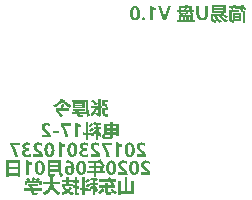
<source format=gbo>
G04 Layer_Color=32896*
%FSLAX25Y25*%
%MOIN*%
G70*
G01*
G75*
G36*
X71310Y55122D02*
X71557Y54983D01*
X71798Y54859D01*
X72024Y54765D01*
X72126Y54721D01*
X72221Y54685D01*
X72301Y54655D01*
X72374Y54626D01*
X72432Y54604D01*
X72476Y54597D01*
X72505Y54582D01*
X72512D01*
Y53744D01*
X72410Y53759D01*
X72308Y53781D01*
X72214Y53802D01*
X72126Y53831D01*
X72046Y53853D01*
X71987Y53875D01*
X71951Y53890D01*
X71937Y53897D01*
X71827Y53948D01*
X71725Y53999D01*
X71645Y54043D01*
X71572Y54087D01*
X71514Y54123D01*
X71477Y54152D01*
X71448Y54174D01*
X71441Y54181D01*
Y50500D01*
X70457D01*
Y55290D01*
X71076D01*
X71310Y55122D01*
D02*
G37*
G36*
X88077Y54378D02*
X85839D01*
X86079Y53977D01*
X86189Y53788D01*
X86283Y53606D01*
X86378Y53431D01*
X86466Y53263D01*
X86546Y53102D01*
X86619Y52957D01*
X86684Y52825D01*
X86735Y52709D01*
X86786Y52600D01*
X86823Y52519D01*
X86852Y52446D01*
X86881Y52395D01*
X86888Y52366D01*
X86896Y52352D01*
X87027Y52002D01*
X87136Y51666D01*
X87187Y51506D01*
X87231Y51353D01*
X87267Y51207D01*
X87304Y51076D01*
X87333Y50952D01*
X87362Y50835D01*
X87384Y50741D01*
X87399Y50660D01*
X87413Y50587D01*
X87420Y50544D01*
X87428Y50507D01*
Y50500D01*
X86378D01*
X86342Y50741D01*
X86298Y50967D01*
X86254Y51171D01*
X86232Y51265D01*
X86210Y51360D01*
X86189Y51440D01*
X86167Y51513D01*
X86152Y51579D01*
X86137Y51630D01*
X86123Y51674D01*
X86116Y51703D01*
X86108Y51725D01*
Y51732D01*
X86035Y51951D01*
X85962Y52169D01*
X85890Y52373D01*
X85817Y52556D01*
X85780Y52643D01*
X85751Y52716D01*
X85729Y52782D01*
X85700Y52833D01*
X85685Y52884D01*
X85671Y52913D01*
X85656Y52935D01*
Y52942D01*
X85598Y53066D01*
X85540Y53190D01*
X85401Y53467D01*
X85263Y53737D01*
X85190Y53875D01*
X85124Y53999D01*
X85058Y54123D01*
X85000Y54233D01*
X84942Y54334D01*
X84898Y54422D01*
X84854Y54495D01*
X84825Y54546D01*
X84811Y54575D01*
X84803Y54590D01*
Y55180D01*
X88077D01*
Y54378D01*
D02*
G37*
G36*
X63670Y55253D02*
X63808Y55246D01*
X64071Y55202D01*
X64187Y55173D01*
X64304Y55136D01*
X64406Y55100D01*
X64508Y55063D01*
X64596Y55027D01*
X64676Y54991D01*
X64741Y54962D01*
X64800Y54925D01*
X64851Y54903D01*
X64880Y54881D01*
X64902Y54874D01*
X64909Y54867D01*
Y53992D01*
X64807Y54079D01*
X64705Y54152D01*
X64603Y54218D01*
X64501Y54276D01*
X64399Y54320D01*
X64304Y54364D01*
X64129Y54422D01*
X64049Y54437D01*
X63976Y54451D01*
X63917Y54466D01*
X63859Y54473D01*
X63815Y54480D01*
X63757D01*
X63633Y54473D01*
X63531Y54451D01*
X63436Y54422D01*
X63356Y54378D01*
X63291Y54334D01*
X63232Y54283D01*
X63188Y54225D01*
X63152Y54167D01*
X63123Y54101D01*
X63101Y54050D01*
X63086Y53992D01*
X63072Y53948D01*
Y53904D01*
X63065Y53875D01*
Y53853D01*
Y53846D01*
X63072Y53737D01*
X63094Y53635D01*
X63123Y53540D01*
X63152Y53460D01*
X63188Y53394D01*
X63218Y53336D01*
X63240Y53307D01*
X63247Y53292D01*
X63327Y53190D01*
X63422Y53088D01*
X63524Y52986D01*
X63633Y52891D01*
X63728Y52811D01*
X63808Y52745D01*
X63837Y52723D01*
X63859Y52702D01*
X63874Y52694D01*
X63881Y52687D01*
X64056Y52563D01*
X64202Y52446D01*
X64333Y52337D01*
X64435Y52250D01*
X64515Y52177D01*
X64574Y52118D01*
X64603Y52089D01*
X64617Y52075D01*
X64697Y51973D01*
X64770Y51878D01*
X64836Y51783D01*
X64887Y51696D01*
X64931Y51615D01*
X64960Y51557D01*
X64982Y51521D01*
X64989Y51506D01*
X65033Y51389D01*
X65062Y51280D01*
X65091Y51163D01*
X65106Y51061D01*
X65113Y50974D01*
X65120Y50901D01*
Y50857D01*
Y50850D01*
Y50843D01*
Y50500D01*
X62007D01*
Y51309D01*
X63990D01*
X63983Y51360D01*
X63968Y51419D01*
X63939Y51470D01*
X63910Y51521D01*
X63881Y51564D01*
X63852Y51601D01*
X63837Y51623D01*
X63830Y51630D01*
X63757Y51703D01*
X63662Y51790D01*
X63553Y51878D01*
X63444Y51958D01*
X63349Y52038D01*
X63261Y52096D01*
X63232Y52126D01*
X63210Y52140D01*
X63196Y52148D01*
X63188Y52155D01*
X63021Y52279D01*
X62868Y52395D01*
X62751Y52498D01*
X62649Y52585D01*
X62569Y52658D01*
X62518Y52709D01*
X62481Y52738D01*
X62474Y52753D01*
X62394Y52847D01*
X62328Y52942D01*
X62263Y53030D01*
X62219Y53110D01*
X62182Y53175D01*
X62153Y53234D01*
X62139Y53263D01*
X62132Y53277D01*
X62095Y53387D01*
X62066Y53496D01*
X62044Y53606D01*
X62029Y53708D01*
X62022Y53788D01*
X62015Y53861D01*
Y53904D01*
Y53912D01*
Y53919D01*
X62022Y54036D01*
X62029Y54145D01*
X62080Y54334D01*
X62146Y54510D01*
X62182Y54582D01*
X62219Y54648D01*
X62255Y54706D01*
X62292Y54757D01*
X62328Y54801D01*
X62357Y54838D01*
X62387Y54867D01*
X62409Y54889D01*
X62416Y54896D01*
X62423Y54903D01*
X62503Y54969D01*
X62591Y55020D01*
X62678Y55071D01*
X62766Y55107D01*
X62955Y55173D01*
X63130Y55217D01*
X63210Y55231D01*
X63291Y55238D01*
X63356Y55253D01*
X63415D01*
X63465Y55260D01*
X63531D01*
X63670Y55253D01*
D02*
G37*
G36*
X90409Y55122D02*
X90657Y54983D01*
X90898Y54859D01*
X91124Y54765D01*
X91226Y54721D01*
X91321Y54685D01*
X91401Y54655D01*
X91474Y54626D01*
X91532Y54604D01*
X91576Y54597D01*
X91605Y54582D01*
X91612D01*
Y53744D01*
X91510Y53759D01*
X91408Y53781D01*
X91313Y53802D01*
X91226Y53831D01*
X91146Y53853D01*
X91087Y53875D01*
X91051Y53890D01*
X91036Y53897D01*
X90927Y53948D01*
X90825Y53999D01*
X90745Y54043D01*
X90672Y54087D01*
X90614Y54123D01*
X90577Y54152D01*
X90548Y54174D01*
X90541Y54181D01*
Y50500D01*
X89556D01*
Y55290D01*
X90176D01*
X90409Y55122D01*
D02*
G37*
G36*
X57517Y54378D02*
X55279D01*
X55519Y53977D01*
X55629Y53788D01*
X55724Y53606D01*
X55818Y53431D01*
X55906Y53263D01*
X55986Y53102D01*
X56059Y52957D01*
X56125Y52825D01*
X56176Y52709D01*
X56227Y52600D01*
X56263Y52519D01*
X56292Y52446D01*
X56321Y52395D01*
X56329Y52366D01*
X56336Y52352D01*
X56467Y52002D01*
X56577Y51666D01*
X56628Y51506D01*
X56671Y51353D01*
X56708Y51207D01*
X56744Y51076D01*
X56773Y50952D01*
X56802Y50835D01*
X56824Y50741D01*
X56839Y50660D01*
X56853Y50587D01*
X56861Y50544D01*
X56868Y50507D01*
Y50500D01*
X55818D01*
X55782Y50741D01*
X55738Y50967D01*
X55694Y51171D01*
X55673Y51265D01*
X55651Y51360D01*
X55629Y51440D01*
X55607Y51513D01*
X55592Y51579D01*
X55578Y51630D01*
X55563Y51674D01*
X55556Y51703D01*
X55549Y51725D01*
Y51732D01*
X55476Y51951D01*
X55403Y52169D01*
X55330Y52373D01*
X55257Y52556D01*
X55221Y52643D01*
X55191Y52716D01*
X55169Y52782D01*
X55140Y52833D01*
X55126Y52884D01*
X55111Y52913D01*
X55097Y52935D01*
Y52942D01*
X55038Y53066D01*
X54980Y53190D01*
X54842Y53467D01*
X54703Y53737D01*
X54630Y53875D01*
X54564Y53999D01*
X54499Y54123D01*
X54440Y54233D01*
X54382Y54334D01*
X54339Y54422D01*
X54295Y54495D01*
X54265Y54546D01*
X54251Y54575D01*
X54244Y54590D01*
Y55180D01*
X57517D01*
Y54378D01*
D02*
G37*
G36*
X67439Y55253D02*
X67584Y55231D01*
X67716Y55202D01*
X67847Y55158D01*
X67963Y55115D01*
X68066Y55056D01*
X68168Y54998D01*
X68248Y54940D01*
X68328Y54881D01*
X68394Y54823D01*
X68452Y54765D01*
X68496Y54721D01*
X68532Y54677D01*
X68561Y54648D01*
X68576Y54626D01*
X68583Y54619D01*
X68663Y54495D01*
X68729Y54356D01*
X68787Y54211D01*
X68838Y54058D01*
X68882Y53904D01*
X68918Y53751D01*
X68948Y53598D01*
X68970Y53452D01*
X68991Y53307D01*
X69006Y53183D01*
X69013Y53059D01*
X69020Y52964D01*
X69028Y52877D01*
Y52811D01*
Y52775D01*
Y52760D01*
X69020Y52548D01*
X69006Y52352D01*
X68984Y52162D01*
X68955Y51987D01*
X68918Y51827D01*
X68875Y51674D01*
X68824Y51535D01*
X68773Y51404D01*
X68707Y51287D01*
X68649Y51178D01*
X68576Y51083D01*
X68503Y50988D01*
X68430Y50908D01*
X68357Y50835D01*
X68284Y50770D01*
X68204Y50711D01*
X68051Y50617D01*
X67898Y50544D01*
X67759Y50493D01*
X67635Y50456D01*
X67533Y50434D01*
X67453Y50427D01*
X67424Y50420D01*
X67380D01*
X67227Y50427D01*
X67089Y50449D01*
X66957Y50478D01*
X66834Y50522D01*
X66717Y50566D01*
X66615Y50624D01*
X66520Y50675D01*
X66433Y50741D01*
X66360Y50799D01*
X66294Y50857D01*
X66236Y50908D01*
X66192Y50952D01*
X66155Y50996D01*
X66134Y51025D01*
X66119Y51047D01*
X66112Y51054D01*
X66032Y51178D01*
X65966Y51316D01*
X65908Y51462D01*
X65857Y51608D01*
X65813Y51761D01*
X65776Y51907D01*
X65747Y52060D01*
X65725Y52206D01*
X65704Y52337D01*
X65689Y52461D01*
X65682Y52578D01*
X65674Y52680D01*
X65667Y52760D01*
Y52818D01*
Y52855D01*
Y52869D01*
X65674Y53088D01*
X65682Y53292D01*
X65704Y53482D01*
X65740Y53657D01*
X65776Y53824D01*
X65813Y53977D01*
X65864Y54123D01*
X65922Y54254D01*
X65981Y54371D01*
X66039Y54480D01*
X66112Y54582D01*
X66177Y54677D01*
X66250Y54757D01*
X66323Y54838D01*
X66403Y54903D01*
X66476Y54962D01*
X66629Y55063D01*
X66775Y55136D01*
X66906Y55187D01*
X67030Y55224D01*
X67132Y55246D01*
X67213Y55253D01*
X67242Y55260D01*
X67286D01*
X67439Y55253D01*
D02*
G37*
G36*
X82634Y61928D02*
X83042Y61877D01*
X83239Y61855D01*
X83429Y61833D01*
X83611Y61811D01*
X83786Y61797D01*
X83946Y61782D01*
X84092Y61768D01*
X84223Y61760D01*
X84333Y61746D01*
X84420Y61739D01*
X84486D01*
X84530Y61731D01*
X84544D01*
X84515Y61615D01*
X84486Y61491D01*
X84464Y61367D01*
X84442Y61257D01*
X84427Y61155D01*
X84413Y61082D01*
Y61053D01*
X84406Y61031D01*
Y61017D01*
Y61010D01*
X83677Y61075D01*
Y60397D01*
X84537D01*
Y59617D01*
X83698D01*
X83830Y59311D01*
X83975Y59027D01*
X84048Y58895D01*
X84121Y58764D01*
X84194Y58648D01*
X84267Y58538D01*
X84333Y58443D01*
X84398Y58349D01*
X84449Y58276D01*
X84500Y58210D01*
X84537Y58159D01*
X84566Y58115D01*
X84588Y58094D01*
X84595Y58086D01*
X84530Y57882D01*
X84478Y57700D01*
X84427Y57532D01*
X84391Y57394D01*
X84376Y57335D01*
X84362Y57277D01*
X84347Y57233D01*
X84340Y57197D01*
X84325Y57168D01*
Y57146D01*
X84318Y57131D01*
Y57124D01*
X84187Y57321D01*
X84070Y57510D01*
X83961Y57700D01*
X83866Y57867D01*
X83822Y57948D01*
X83786Y58013D01*
X83757Y58079D01*
X83728Y58130D01*
X83706Y58174D01*
X83691Y58203D01*
X83677Y58225D01*
Y56198D01*
X82889D01*
Y58801D01*
X82802Y58706D01*
X82714Y58604D01*
X82627Y58509D01*
X82539Y58414D01*
X82474Y58334D01*
X82415Y58268D01*
X82379Y58225D01*
X82364Y58217D01*
Y58210D01*
X81861Y58669D01*
X81978Y58793D01*
X82102Y58910D01*
X82226Y59027D01*
X82342Y59136D01*
X82445Y59231D01*
X82525Y59304D01*
X82554Y59333D01*
X82576Y59355D01*
X82590Y59362D01*
X82598Y59369D01*
X82889Y59100D01*
Y59617D01*
X82102D01*
Y60397D01*
X82889D01*
Y61163D01*
X82714Y61185D01*
X82554Y61199D01*
X82401Y61221D01*
X82270Y61235D01*
X82160Y61250D01*
X82117Y61257D01*
X82080Y61265D01*
X82051D01*
X82029Y61272D01*
X82007D01*
X82233Y61979D01*
X82634Y61928D01*
D02*
G37*
G36*
X94178Y55253D02*
X94324Y55231D01*
X94455Y55202D01*
X94586Y55158D01*
X94703Y55115D01*
X94805Y55056D01*
X94907Y54998D01*
X94987Y54940D01*
X95068Y54881D01*
X95133Y54823D01*
X95192Y54765D01*
X95235Y54721D01*
X95272Y54677D01*
X95301Y54648D01*
X95315Y54626D01*
X95323Y54619D01*
X95403Y54495D01*
X95469Y54356D01*
X95527Y54211D01*
X95578Y54058D01*
X95622Y53904D01*
X95658Y53751D01*
X95687Y53598D01*
X95709Y53452D01*
X95731Y53307D01*
X95746Y53183D01*
X95753Y53059D01*
X95760Y52964D01*
X95767Y52877D01*
Y52811D01*
Y52775D01*
Y52760D01*
X95760Y52548D01*
X95746Y52352D01*
X95724Y52162D01*
X95695Y51987D01*
X95658Y51827D01*
X95614Y51674D01*
X95563Y51535D01*
X95512Y51404D01*
X95447Y51287D01*
X95388Y51178D01*
X95315Y51083D01*
X95243Y50988D01*
X95170Y50908D01*
X95097Y50835D01*
X95024Y50770D01*
X94944Y50711D01*
X94791Y50617D01*
X94638Y50544D01*
X94499Y50493D01*
X94375Y50456D01*
X94273Y50434D01*
X94193Y50427D01*
X94164Y50420D01*
X94120D01*
X93967Y50427D01*
X93828Y50449D01*
X93697Y50478D01*
X93573Y50522D01*
X93457Y50566D01*
X93354Y50624D01*
X93260Y50675D01*
X93172Y50741D01*
X93099Y50799D01*
X93034Y50857D01*
X92975Y50908D01*
X92932Y50952D01*
X92895Y50996D01*
X92873Y51025D01*
X92859Y51047D01*
X92852Y51054D01*
X92771Y51178D01*
X92706Y51316D01*
X92647Y51462D01*
X92596Y51608D01*
X92553Y51761D01*
X92516Y51907D01*
X92487Y52060D01*
X92465Y52206D01*
X92443Y52337D01*
X92429Y52461D01*
X92421Y52578D01*
X92414Y52680D01*
X92407Y52760D01*
Y52818D01*
Y52855D01*
Y52869D01*
X92414Y53088D01*
X92421Y53292D01*
X92443Y53482D01*
X92480Y53657D01*
X92516Y53824D01*
X92553Y53977D01*
X92604Y54123D01*
X92662Y54254D01*
X92720Y54371D01*
X92779Y54480D01*
X92852Y54582D01*
X92917Y54677D01*
X92990Y54757D01*
X93063Y54838D01*
X93143Y54903D01*
X93216Y54962D01*
X93369Y55063D01*
X93515Y55136D01*
X93646Y55187D01*
X93770Y55224D01*
X93872Y55246D01*
X93952Y55253D01*
X93981Y55260D01*
X94025D01*
X94178Y55253D01*
D02*
G37*
G36*
X75078D02*
X75224Y55231D01*
X75355Y55202D01*
X75487Y55158D01*
X75603Y55115D01*
X75705Y55056D01*
X75807Y54998D01*
X75888Y54940D01*
X75968Y54881D01*
X76034Y54823D01*
X76092Y54765D01*
X76136Y54721D01*
X76172Y54677D01*
X76201Y54648D01*
X76216Y54626D01*
X76223Y54619D01*
X76303Y54495D01*
X76369Y54356D01*
X76427Y54211D01*
X76478Y54058D01*
X76522Y53904D01*
X76558Y53751D01*
X76587Y53598D01*
X76609Y53452D01*
X76631Y53307D01*
X76646Y53183D01*
X76653Y53059D01*
X76660Y52964D01*
X76668Y52877D01*
Y52811D01*
Y52775D01*
Y52760D01*
X76660Y52548D01*
X76646Y52352D01*
X76624Y52162D01*
X76595Y51987D01*
X76558Y51827D01*
X76515Y51674D01*
X76464Y51535D01*
X76413Y51404D01*
X76347Y51287D01*
X76289Y51178D01*
X76216Y51083D01*
X76143Y50988D01*
X76070Y50908D01*
X75997Y50835D01*
X75924Y50770D01*
X75844Y50711D01*
X75691Y50617D01*
X75538Y50544D01*
X75399Y50493D01*
X75275Y50456D01*
X75173Y50434D01*
X75093Y50427D01*
X75064Y50420D01*
X75020D01*
X74867Y50427D01*
X74729Y50449D01*
X74597Y50478D01*
X74473Y50522D01*
X74357Y50566D01*
X74255Y50624D01*
X74160Y50675D01*
X74072Y50741D01*
X74000Y50799D01*
X73934Y50857D01*
X73876Y50908D01*
X73832Y50952D01*
X73795Y50996D01*
X73774Y51025D01*
X73759Y51047D01*
X73752Y51054D01*
X73672Y51178D01*
X73606Y51316D01*
X73548Y51462D01*
X73497Y51608D01*
X73453Y51761D01*
X73416Y51907D01*
X73387Y52060D01*
X73365Y52206D01*
X73343Y52337D01*
X73329Y52461D01*
X73322Y52578D01*
X73314Y52680D01*
X73307Y52760D01*
Y52818D01*
Y52855D01*
Y52869D01*
X73314Y53088D01*
X73322Y53292D01*
X73343Y53482D01*
X73380Y53657D01*
X73416Y53824D01*
X73453Y53977D01*
X73504Y54123D01*
X73562Y54254D01*
X73620Y54371D01*
X73679Y54480D01*
X73752Y54582D01*
X73817Y54677D01*
X73890Y54757D01*
X73963Y54838D01*
X74043Y54903D01*
X74116Y54962D01*
X74269Y55063D01*
X74415Y55136D01*
X74546Y55187D01*
X74670Y55224D01*
X74772Y55246D01*
X74853Y55253D01*
X74882Y55260D01*
X74925D01*
X75078Y55253D01*
D02*
G37*
G36*
X82769D02*
X82908Y55246D01*
X83170Y55202D01*
X83287Y55173D01*
X83404Y55136D01*
X83506Y55100D01*
X83608Y55063D01*
X83695Y55027D01*
X83776Y54991D01*
X83841Y54962D01*
X83899Y54925D01*
X83950Y54903D01*
X83980Y54881D01*
X84001Y54874D01*
X84009Y54867D01*
Y53992D01*
X83907Y54079D01*
X83805Y54152D01*
X83703Y54218D01*
X83600Y54276D01*
X83499Y54320D01*
X83404Y54364D01*
X83229Y54422D01*
X83148Y54437D01*
X83076Y54451D01*
X83017Y54466D01*
X82959Y54473D01*
X82915Y54480D01*
X82857D01*
X82733Y54473D01*
X82631Y54451D01*
X82536Y54422D01*
X82456Y54378D01*
X82390Y54334D01*
X82332Y54283D01*
X82288Y54225D01*
X82252Y54167D01*
X82223Y54101D01*
X82201Y54050D01*
X82186Y53992D01*
X82172Y53948D01*
Y53904D01*
X82164Y53875D01*
Y53853D01*
Y53846D01*
X82172Y53737D01*
X82193Y53635D01*
X82223Y53540D01*
X82252Y53460D01*
X82288Y53394D01*
X82318Y53336D01*
X82339Y53307D01*
X82347Y53292D01*
X82427Y53190D01*
X82522Y53088D01*
X82624Y52986D01*
X82733Y52891D01*
X82828Y52811D01*
X82908Y52745D01*
X82937Y52723D01*
X82959Y52702D01*
X82974Y52694D01*
X82981Y52687D01*
X83156Y52563D01*
X83302Y52446D01*
X83433Y52337D01*
X83535Y52250D01*
X83615Y52177D01*
X83673Y52118D01*
X83703Y52089D01*
X83717Y52075D01*
X83797Y51973D01*
X83870Y51878D01*
X83936Y51783D01*
X83987Y51696D01*
X84031Y51615D01*
X84060Y51557D01*
X84082Y51521D01*
X84089Y51506D01*
X84133Y51389D01*
X84162Y51280D01*
X84191Y51163D01*
X84206Y51061D01*
X84213Y50974D01*
X84220Y50901D01*
Y50857D01*
Y50850D01*
Y50843D01*
Y50500D01*
X81107D01*
Y51309D01*
X83090D01*
X83083Y51360D01*
X83068Y51419D01*
X83039Y51470D01*
X83010Y51521D01*
X82981Y51564D01*
X82952Y51601D01*
X82937Y51623D01*
X82930Y51630D01*
X82857Y51703D01*
X82762Y51790D01*
X82653Y51878D01*
X82543Y51958D01*
X82449Y52038D01*
X82361Y52096D01*
X82332Y52126D01*
X82310Y52140D01*
X82296Y52148D01*
X82288Y52155D01*
X82121Y52279D01*
X81968Y52395D01*
X81851Y52498D01*
X81749Y52585D01*
X81669Y52658D01*
X81618Y52709D01*
X81581Y52738D01*
X81574Y52753D01*
X81494Y52847D01*
X81428Y52942D01*
X81362Y53030D01*
X81319Y53110D01*
X81282Y53175D01*
X81253Y53234D01*
X81239Y53263D01*
X81231Y53277D01*
X81195Y53387D01*
X81166Y53496D01*
X81144Y53606D01*
X81129Y53708D01*
X81122Y53788D01*
X81115Y53861D01*
Y53904D01*
Y53912D01*
Y53919D01*
X81122Y54036D01*
X81129Y54145D01*
X81180Y54334D01*
X81246Y54510D01*
X81282Y54582D01*
X81319Y54648D01*
X81355Y54706D01*
X81392Y54757D01*
X81428Y54801D01*
X81457Y54838D01*
X81486Y54867D01*
X81508Y54889D01*
X81516Y54896D01*
X81523Y54903D01*
X81603Y54969D01*
X81691Y55020D01*
X81778Y55071D01*
X81866Y55107D01*
X82055Y55173D01*
X82230Y55217D01*
X82310Y55231D01*
X82390Y55238D01*
X82456Y55253D01*
X82514D01*
X82565Y55260D01*
X82631D01*
X82769Y55253D01*
D02*
G37*
G36*
X78022Y49253D02*
X78168Y49231D01*
X78299Y49202D01*
X78430Y49158D01*
X78547Y49115D01*
X78649Y49056D01*
X78751Y48998D01*
X78831Y48940D01*
X78911Y48881D01*
X78977Y48823D01*
X79035Y48765D01*
X79079Y48721D01*
X79115Y48677D01*
X79145Y48648D01*
X79159Y48626D01*
X79166Y48619D01*
X79247Y48495D01*
X79312Y48356D01*
X79371Y48211D01*
X79422Y48057D01*
X79465Y47904D01*
X79502Y47751D01*
X79531Y47598D01*
X79553Y47452D01*
X79575Y47307D01*
X79589Y47183D01*
X79597Y47059D01*
X79604Y46964D01*
X79611Y46876D01*
Y46811D01*
Y46775D01*
Y46760D01*
X79604Y46549D01*
X79589Y46352D01*
X79567Y46162D01*
X79538Y45987D01*
X79502Y45827D01*
X79458Y45674D01*
X79407Y45535D01*
X79356Y45404D01*
X79290Y45287D01*
X79232Y45178D01*
X79159Y45083D01*
X79086Y44988D01*
X79013Y44908D01*
X78940Y44835D01*
X78868Y44770D01*
X78787Y44711D01*
X78634Y44617D01*
X78481Y44544D01*
X78343Y44493D01*
X78219Y44456D01*
X78117Y44434D01*
X78036Y44427D01*
X78007Y44420D01*
X77964D01*
X77811Y44427D01*
X77672Y44449D01*
X77541Y44478D01*
X77417Y44522D01*
X77300Y44566D01*
X77198Y44624D01*
X77103Y44675D01*
X77016Y44741D01*
X76943Y44799D01*
X76877Y44857D01*
X76819Y44908D01*
X76775Y44952D01*
X76739Y44996D01*
X76717Y45025D01*
X76702Y45047D01*
X76695Y45054D01*
X76615Y45178D01*
X76549Y45316D01*
X76491Y45462D01*
X76440Y45608D01*
X76396Y45761D01*
X76360Y45907D01*
X76331Y46060D01*
X76309Y46206D01*
X76287Y46337D01*
X76272Y46461D01*
X76265Y46578D01*
X76258Y46680D01*
X76250Y46760D01*
Y46818D01*
Y46855D01*
Y46869D01*
X76258Y47088D01*
X76265Y47292D01*
X76287Y47482D01*
X76323Y47657D01*
X76360Y47824D01*
X76396Y47977D01*
X76447Y48123D01*
X76506Y48254D01*
X76564Y48371D01*
X76622Y48480D01*
X76695Y48582D01*
X76761Y48677D01*
X76834Y48757D01*
X76907Y48838D01*
X76987Y48903D01*
X77060Y48961D01*
X77213Y49064D01*
X77359Y49136D01*
X77490Y49187D01*
X77614Y49224D01*
X77716Y49246D01*
X77796Y49253D01*
X77825Y49260D01*
X77869D01*
X78022Y49253D01*
D02*
G37*
G36*
X64186D02*
X64331Y49231D01*
X64463Y49202D01*
X64594Y49158D01*
X64710Y49115D01*
X64812Y49056D01*
X64915Y48998D01*
X64995Y48940D01*
X65075Y48881D01*
X65140Y48823D01*
X65199Y48765D01*
X65243Y48721D01*
X65279Y48677D01*
X65308Y48648D01*
X65323Y48626D01*
X65330Y48619D01*
X65410Y48495D01*
X65476Y48356D01*
X65534Y48211D01*
X65585Y48057D01*
X65629Y47904D01*
X65665Y47751D01*
X65694Y47598D01*
X65716Y47452D01*
X65738Y47307D01*
X65753Y47183D01*
X65760Y47059D01*
X65767Y46964D01*
X65775Y46876D01*
Y46811D01*
Y46775D01*
Y46760D01*
X65767Y46549D01*
X65753Y46352D01*
X65731Y46162D01*
X65702Y45987D01*
X65665Y45827D01*
X65622Y45674D01*
X65571Y45535D01*
X65520Y45404D01*
X65454Y45287D01*
X65396Y45178D01*
X65323Y45083D01*
X65250Y44988D01*
X65177Y44908D01*
X65104Y44835D01*
X65031Y44770D01*
X64951Y44711D01*
X64798Y44617D01*
X64645Y44544D01*
X64506Y44493D01*
X64382Y44456D01*
X64280Y44434D01*
X64200Y44427D01*
X64171Y44420D01*
X64127D01*
X63974Y44427D01*
X63836Y44449D01*
X63704Y44478D01*
X63580Y44522D01*
X63464Y44566D01*
X63362Y44624D01*
X63267Y44675D01*
X63179Y44741D01*
X63107Y44799D01*
X63041Y44857D01*
X62983Y44908D01*
X62939Y44952D01*
X62902Y44996D01*
X62881Y45025D01*
X62866Y45047D01*
X62859Y45054D01*
X62779Y45178D01*
X62713Y45316D01*
X62655Y45462D01*
X62604Y45608D01*
X62560Y45761D01*
X62523Y45907D01*
X62494Y46060D01*
X62472Y46206D01*
X62450Y46337D01*
X62436Y46461D01*
X62429Y46578D01*
X62421Y46680D01*
X62414Y46760D01*
Y46818D01*
Y46855D01*
Y46869D01*
X62421Y47088D01*
X62429Y47292D01*
X62450Y47482D01*
X62487Y47657D01*
X62523Y47824D01*
X62560Y47977D01*
X62611Y48123D01*
X62669Y48254D01*
X62727Y48371D01*
X62786Y48480D01*
X62859Y48582D01*
X62924Y48677D01*
X62997Y48757D01*
X63070Y48838D01*
X63150Y48903D01*
X63223Y48961D01*
X63376Y49064D01*
X63522Y49136D01*
X63653Y49187D01*
X63777Y49224D01*
X63879Y49246D01*
X63959Y49253D01*
X63989Y49260D01*
X64032D01*
X64186Y49253D01*
D02*
G37*
G36*
X95678D02*
X95824Y49231D01*
X95955Y49202D01*
X96087Y49158D01*
X96203Y49115D01*
X96305Y49056D01*
X96407Y48998D01*
X96487Y48940D01*
X96568Y48881D01*
X96633Y48823D01*
X96692Y48765D01*
X96735Y48721D01*
X96772Y48677D01*
X96801Y48648D01*
X96816Y48626D01*
X96823Y48619D01*
X96903Y48495D01*
X96969Y48356D01*
X97027Y48211D01*
X97078Y48057D01*
X97122Y47904D01*
X97158Y47751D01*
X97187Y47598D01*
X97209Y47452D01*
X97231Y47307D01*
X97246Y47183D01*
X97253Y47059D01*
X97260Y46964D01*
X97268Y46876D01*
Y46811D01*
Y46775D01*
Y46760D01*
X97260Y46549D01*
X97246Y46352D01*
X97224Y46162D01*
X97195Y45987D01*
X97158Y45827D01*
X97114Y45674D01*
X97063Y45535D01*
X97012Y45404D01*
X96947Y45287D01*
X96888Y45178D01*
X96816Y45083D01*
X96743Y44988D01*
X96670Y44908D01*
X96597Y44835D01*
X96524Y44770D01*
X96444Y44711D01*
X96291Y44617D01*
X96138Y44544D01*
X95999Y44493D01*
X95875Y44456D01*
X95773Y44434D01*
X95693Y44427D01*
X95664Y44420D01*
X95620D01*
X95467Y44427D01*
X95328Y44449D01*
X95197Y44478D01*
X95073Y44522D01*
X94957Y44566D01*
X94854Y44624D01*
X94760Y44675D01*
X94672Y44741D01*
X94599Y44799D01*
X94534Y44857D01*
X94476Y44908D01*
X94432Y44952D01*
X94395Y44996D01*
X94373Y45025D01*
X94359Y45047D01*
X94352Y45054D01*
X94271Y45178D01*
X94206Y45316D01*
X94147Y45462D01*
X94096Y45608D01*
X94053Y45761D01*
X94016Y45907D01*
X93987Y46060D01*
X93965Y46206D01*
X93943Y46337D01*
X93929Y46461D01*
X93921Y46578D01*
X93914Y46680D01*
X93907Y46760D01*
Y46818D01*
Y46855D01*
Y46869D01*
X93914Y47088D01*
X93921Y47292D01*
X93943Y47482D01*
X93980Y47657D01*
X94016Y47824D01*
X94053Y47977D01*
X94104Y48123D01*
X94162Y48254D01*
X94220Y48371D01*
X94279Y48480D01*
X94352Y48582D01*
X94417Y48677D01*
X94490Y48757D01*
X94563Y48838D01*
X94643Y48903D01*
X94716Y48961D01*
X94869Y49064D01*
X95015Y49136D01*
X95146Y49187D01*
X95270Y49224D01*
X95372Y49246D01*
X95452Y49253D01*
X95481Y49260D01*
X95525D01*
X95678Y49253D01*
D02*
G37*
G36*
X88038D02*
X88184Y49231D01*
X88315Y49202D01*
X88447Y49158D01*
X88563Y49115D01*
X88665Y49056D01*
X88767Y48998D01*
X88848Y48940D01*
X88928Y48881D01*
X88993Y48823D01*
X89052Y48765D01*
X89095Y48721D01*
X89132Y48677D01*
X89161Y48648D01*
X89176Y48626D01*
X89183Y48619D01*
X89263Y48495D01*
X89329Y48356D01*
X89387Y48211D01*
X89438Y48057D01*
X89482Y47904D01*
X89518Y47751D01*
X89547Y47598D01*
X89569Y47452D01*
X89591Y47307D01*
X89606Y47183D01*
X89613Y47059D01*
X89620Y46964D01*
X89628Y46876D01*
Y46811D01*
Y46775D01*
Y46760D01*
X89620Y46549D01*
X89606Y46352D01*
X89584Y46162D01*
X89555Y45987D01*
X89518Y45827D01*
X89474Y45674D01*
X89424Y45535D01*
X89372Y45404D01*
X89307Y45287D01*
X89249Y45178D01*
X89176Y45083D01*
X89103Y44988D01*
X89030Y44908D01*
X88957Y44835D01*
X88884Y44770D01*
X88804Y44711D01*
X88651Y44617D01*
X88498Y44544D01*
X88359Y44493D01*
X88235Y44456D01*
X88133Y44434D01*
X88053Y44427D01*
X88024Y44420D01*
X87980D01*
X87827Y44427D01*
X87688Y44449D01*
X87557Y44478D01*
X87433Y44522D01*
X87317Y44566D01*
X87215Y44624D01*
X87120Y44675D01*
X87032Y44741D01*
X86959Y44799D01*
X86894Y44857D01*
X86835Y44908D01*
X86792Y44952D01*
X86755Y44996D01*
X86734Y45025D01*
X86719Y45047D01*
X86712Y45054D01*
X86631Y45178D01*
X86566Y45316D01*
X86507Y45462D01*
X86456Y45608D01*
X86413Y45761D01*
X86376Y45907D01*
X86347Y46060D01*
X86325Y46206D01*
X86303Y46337D01*
X86289Y46461D01*
X86282Y46578D01*
X86274Y46680D01*
X86267Y46760D01*
Y46818D01*
Y46855D01*
Y46869D01*
X86274Y47088D01*
X86282Y47292D01*
X86303Y47482D01*
X86340Y47657D01*
X86376Y47824D01*
X86413Y47977D01*
X86464Y48123D01*
X86522Y48254D01*
X86580Y48371D01*
X86639Y48480D01*
X86712Y48582D01*
X86777Y48677D01*
X86850Y48757D01*
X86923Y48838D01*
X87003Y48903D01*
X87076Y48961D01*
X87229Y49064D01*
X87375Y49136D01*
X87506Y49187D01*
X87630Y49224D01*
X87732Y49246D01*
X87812Y49253D01*
X87841Y49260D01*
X87885D01*
X88038Y49253D01*
D02*
G37*
G36*
X57646Y43749D02*
X56713D01*
Y44172D01*
X53797D01*
Y43749D01*
X52864D01*
Y49311D01*
X57646D01*
Y43749D01*
D02*
G37*
G36*
X60068Y55253D02*
X60280Y55224D01*
X60477Y55180D01*
X60564Y55158D01*
X60644Y55136D01*
X60717Y55115D01*
X60783Y55093D01*
X60841Y55071D01*
X60885Y55049D01*
X60921Y55034D01*
X60950Y55020D01*
X60965Y55013D01*
X60972D01*
Y54203D01*
X60805Y54305D01*
X60644Y54378D01*
X60484Y54437D01*
X60345Y54473D01*
X60229Y54495D01*
X60178Y54502D01*
X60134D01*
X60098Y54510D01*
X60054D01*
X59930Y54502D01*
X59813Y54488D01*
X59719Y54451D01*
X59638Y54415D01*
X59565Y54371D01*
X59507Y54320D01*
X59463Y54269D01*
X59420Y54211D01*
X59390Y54152D01*
X59369Y54101D01*
X59347Y54006D01*
X59339Y53970D01*
X59332Y53941D01*
Y53919D01*
Y53912D01*
X59339Y53802D01*
X59376Y53700D01*
X59420Y53620D01*
X59478Y53547D01*
X59551Y53482D01*
X59631Y53431D01*
X59711Y53394D01*
X59799Y53358D01*
X59886Y53329D01*
X59974Y53314D01*
X60054Y53299D01*
X60127Y53285D01*
X60185D01*
X60229Y53277D01*
X60659D01*
Y52527D01*
X60243D01*
X60068Y52519D01*
X59908Y52498D01*
X59777Y52468D01*
X59667Y52439D01*
X59580Y52403D01*
X59514Y52373D01*
X59478Y52352D01*
X59463Y52344D01*
X59369Y52271D01*
X59303Y52191D01*
X59252Y52111D01*
X59223Y52031D01*
X59201Y51958D01*
X59194Y51892D01*
X59186Y51856D01*
Y51849D01*
Y51841D01*
X59194Y51725D01*
X59223Y51623D01*
X59259Y51535D01*
X59303Y51470D01*
X59347Y51411D01*
X59383Y51367D01*
X59412Y51346D01*
X59420Y51338D01*
X59514Y51280D01*
X59616Y51236D01*
X59726Y51207D01*
X59820Y51185D01*
X59915Y51171D01*
X59988Y51163D01*
X60054D01*
X60171Y51171D01*
X60280Y51178D01*
X60491Y51222D01*
X60673Y51273D01*
X60761Y51309D01*
X60834Y51338D01*
X60907Y51375D01*
X60965Y51404D01*
X61023Y51433D01*
X61067Y51462D01*
X61096Y51484D01*
X61125Y51499D01*
X61140Y51506D01*
X61147Y51513D01*
Y50653D01*
X60972Y50573D01*
X60776Y50522D01*
X60586Y50478D01*
X60396Y50449D01*
X60309Y50442D01*
X60236Y50434D01*
X60163Y50427D01*
X60098D01*
X60054Y50420D01*
X59981D01*
X59835Y50427D01*
X59689Y50434D01*
X59558Y50456D01*
X59434Y50478D01*
X59317Y50507D01*
X59208Y50537D01*
X59113Y50573D01*
X59019Y50609D01*
X58946Y50639D01*
X58873Y50675D01*
X58815Y50704D01*
X58763Y50733D01*
X58727Y50755D01*
X58698Y50777D01*
X58683Y50784D01*
X58676Y50792D01*
X58588Y50864D01*
X58516Y50945D01*
X58450Y51025D01*
X58392Y51112D01*
X58348Y51200D01*
X58304Y51287D01*
X58246Y51455D01*
X58217Y51601D01*
X58202Y51666D01*
X58195Y51725D01*
X58188Y51768D01*
Y51805D01*
Y51827D01*
Y51834D01*
X58202Y51994D01*
X58231Y52133D01*
X58282Y52257D01*
X58333Y52366D01*
X58392Y52454D01*
X58443Y52519D01*
X58472Y52556D01*
X58486Y52570D01*
X58603Y52672D01*
X58734Y52760D01*
X58858Y52818D01*
X58982Y52869D01*
X59099Y52898D01*
X59143Y52913D01*
X59186Y52920D01*
X59223Y52928D01*
X59245Y52935D01*
X59267D01*
Y52949D01*
X59099Y53000D01*
X58960Y53066D01*
X58836Y53139D01*
X58727Y53227D01*
X58640Y53321D01*
X58559Y53416D01*
X58501Y53518D01*
X58450Y53613D01*
X58414Y53708D01*
X58384Y53795D01*
X58363Y53883D01*
X58348Y53956D01*
X58341Y54014D01*
X58333Y54065D01*
Y54094D01*
Y54101D01*
X58341Y54203D01*
X58348Y54298D01*
X58370Y54386D01*
X58399Y54466D01*
X58465Y54612D01*
X58538Y54735D01*
X58618Y54830D01*
X58683Y54896D01*
X58713Y54925D01*
X58734Y54940D01*
X58742Y54954D01*
X58749D01*
X58917Y55056D01*
X59092Y55129D01*
X59274Y55187D01*
X59441Y55224D01*
X59522Y55238D01*
X59595Y55246D01*
X59660Y55253D01*
X59719D01*
X59762Y55260D01*
X59828D01*
X60068Y55253D01*
D02*
G37*
G36*
X98049D02*
X98188Y55246D01*
X98450Y55202D01*
X98567Y55173D01*
X98684Y55136D01*
X98786Y55100D01*
X98888Y55063D01*
X98975Y55027D01*
X99055Y54991D01*
X99121Y54962D01*
X99179Y54925D01*
X99230Y54903D01*
X99259Y54881D01*
X99281Y54874D01*
X99289Y54867D01*
Y53992D01*
X99186Y54079D01*
X99085Y54152D01*
X98982Y54218D01*
X98880Y54276D01*
X98778Y54320D01*
X98684Y54364D01*
X98509Y54422D01*
X98428Y54437D01*
X98356Y54451D01*
X98297Y54466D01*
X98239Y54473D01*
X98195Y54480D01*
X98137D01*
X98013Y54473D01*
X97911Y54451D01*
X97816Y54422D01*
X97736Y54378D01*
X97670Y54334D01*
X97612Y54283D01*
X97568Y54225D01*
X97532Y54167D01*
X97502Y54101D01*
X97481Y54050D01*
X97466Y53992D01*
X97452Y53948D01*
Y53904D01*
X97444Y53875D01*
Y53853D01*
Y53846D01*
X97452Y53737D01*
X97473Y53635D01*
X97502Y53540D01*
X97532Y53460D01*
X97568Y53394D01*
X97597Y53336D01*
X97619Y53307D01*
X97627Y53292D01*
X97707Y53190D01*
X97801Y53088D01*
X97904Y52986D01*
X98013Y52891D01*
X98108Y52811D01*
X98188Y52745D01*
X98217Y52723D01*
X98239Y52702D01*
X98253Y52694D01*
X98261Y52687D01*
X98436Y52563D01*
X98581Y52446D01*
X98713Y52337D01*
X98815Y52250D01*
X98895Y52177D01*
X98953Y52118D01*
X98982Y52089D01*
X98997Y52075D01*
X99077Y51973D01*
X99150Y51878D01*
X99216Y51783D01*
X99267Y51696D01*
X99310Y51615D01*
X99340Y51557D01*
X99361Y51521D01*
X99369Y51506D01*
X99413Y51389D01*
X99442Y51280D01*
X99471Y51163D01*
X99485Y51061D01*
X99493Y50974D01*
X99500Y50901D01*
Y50857D01*
Y50850D01*
Y50843D01*
Y50500D01*
X96387D01*
Y51309D01*
X98370D01*
X98363Y51360D01*
X98348Y51419D01*
X98319Y51470D01*
X98290Y51521D01*
X98261Y51564D01*
X98232Y51601D01*
X98217Y51623D01*
X98210Y51630D01*
X98137Y51703D01*
X98042Y51790D01*
X97933Y51878D01*
X97823Y51958D01*
X97729Y52038D01*
X97641Y52096D01*
X97612Y52126D01*
X97590Y52140D01*
X97575Y52148D01*
X97568Y52155D01*
X97400Y52279D01*
X97247Y52395D01*
X97131Y52498D01*
X97029Y52585D01*
X96948Y52658D01*
X96898Y52709D01*
X96861Y52738D01*
X96854Y52753D01*
X96773Y52847D01*
X96708Y52942D01*
X96642Y53030D01*
X96599Y53110D01*
X96562Y53175D01*
X96533Y53234D01*
X96518Y53263D01*
X96511Y53277D01*
X96475Y53387D01*
X96446Y53496D01*
X96424Y53606D01*
X96409Y53708D01*
X96402Y53788D01*
X96394Y53861D01*
Y53904D01*
Y53912D01*
Y53919D01*
X96402Y54036D01*
X96409Y54145D01*
X96460Y54334D01*
X96526Y54510D01*
X96562Y54582D01*
X96599Y54648D01*
X96635Y54706D01*
X96671Y54757D01*
X96708Y54801D01*
X96737Y54838D01*
X96766Y54867D01*
X96788Y54889D01*
X96795Y54896D01*
X96803Y54903D01*
X96883Y54969D01*
X96970Y55020D01*
X97058Y55071D01*
X97145Y55107D01*
X97335Y55173D01*
X97510Y55217D01*
X97590Y55231D01*
X97670Y55238D01*
X97736Y55253D01*
X97794D01*
X97845Y55260D01*
X97911D01*
X98049Y55253D01*
D02*
G37*
G36*
X71162Y47015D02*
Y46818D01*
X71169Y46636D01*
X71177Y46468D01*
X71184Y46308D01*
X71198Y46162D01*
X71206Y46031D01*
X71220Y45914D01*
X71235Y45805D01*
X71250Y45710D01*
X71264Y45630D01*
X71271Y45557D01*
X71286Y45506D01*
X71293Y45462D01*
X71301Y45426D01*
X71308Y45411D01*
Y45404D01*
X71337Y45302D01*
X71373Y45207D01*
X71475Y45010D01*
X71585Y44828D01*
X71702Y44668D01*
X71760Y44595D01*
X71811Y44529D01*
X71862Y44471D01*
X71906Y44427D01*
X71942Y44383D01*
X71971Y44354D01*
X71986Y44340D01*
X71993Y44332D01*
X71847Y44216D01*
X71702Y44099D01*
X71570Y43990D01*
X71454Y43888D01*
X71352Y43800D01*
X71271Y43727D01*
X71242Y43705D01*
X71220Y43683D01*
X71213Y43676D01*
X71206Y43669D01*
X71074Y43815D01*
X70951Y43953D01*
X70849Y44085D01*
X70768Y44201D01*
X70703Y44303D01*
X70652Y44383D01*
X70637Y44412D01*
X70623Y44434D01*
X70615Y44442D01*
Y44449D01*
X70542Y44602D01*
X70477Y44777D01*
X70426Y44952D01*
X70389Y45120D01*
X70375Y45200D01*
X70360Y45273D01*
X70346Y45338D01*
X70338Y45397D01*
X70331Y45440D01*
X70324Y45477D01*
Y45499D01*
Y45506D01*
X67605D01*
Y45069D01*
X67612Y44988D01*
X67626Y44923D01*
X67648Y44864D01*
X67677Y44813D01*
X67714Y44770D01*
X67758Y44733D01*
X67838Y44682D01*
X67925Y44646D01*
X68006Y44631D01*
X68035Y44624D01*
X68253D01*
X68428Y44631D01*
X68603Y44638D01*
X68764Y44646D01*
X68909D01*
X68968Y44653D01*
X69019D01*
X69063Y44660D01*
X69121D01*
X69070Y44493D01*
X69026Y44325D01*
X68982Y44172D01*
X68946Y44026D01*
X68924Y43909D01*
X68909Y43859D01*
X68902Y43815D01*
X68895Y43778D01*
Y43756D01*
X68888Y43742D01*
Y43735D01*
X68166D01*
X68056Y43742D01*
X67794D01*
X67728Y43749D01*
X67634D01*
X67597Y43756D01*
X67554D01*
X67415Y43778D01*
X67284Y43815D01*
X67182Y43859D01*
X67094Y43917D01*
X67021Y43968D01*
X66978Y44012D01*
X66941Y44041D01*
X66934Y44055D01*
X66861Y44165D01*
X66803Y44296D01*
X66766Y44427D01*
X66737Y44551D01*
X66722Y44668D01*
X66715Y44719D01*
X66708Y44762D01*
Y44799D01*
Y44828D01*
Y44843D01*
Y44850D01*
Y49370D01*
X71162D01*
Y47015D01*
D02*
G37*
G36*
X79168Y55253D02*
X79380Y55224D01*
X79576Y55180D01*
X79664Y55158D01*
X79744Y55136D01*
X79817Y55115D01*
X79883Y55093D01*
X79941Y55071D01*
X79985Y55049D01*
X80021Y55034D01*
X80050Y55020D01*
X80065Y55013D01*
X80072D01*
Y54203D01*
X79905Y54305D01*
X79744Y54378D01*
X79584Y54437D01*
X79445Y54473D01*
X79329Y54495D01*
X79277Y54502D01*
X79234D01*
X79197Y54510D01*
X79154D01*
X79030Y54502D01*
X78913Y54488D01*
X78818Y54451D01*
X78738Y54415D01*
X78665Y54371D01*
X78607Y54320D01*
X78563Y54269D01*
X78519Y54211D01*
X78490Y54152D01*
X78468Y54101D01*
X78447Y54006D01*
X78439Y53970D01*
X78432Y53941D01*
Y53919D01*
Y53912D01*
X78439Y53802D01*
X78476Y53700D01*
X78519Y53620D01*
X78578Y53547D01*
X78651Y53482D01*
X78731Y53431D01*
X78811Y53394D01*
X78899Y53358D01*
X78986Y53329D01*
X79073Y53314D01*
X79154Y53299D01*
X79226Y53285D01*
X79285D01*
X79329Y53277D01*
X79759D01*
Y52527D01*
X79343D01*
X79168Y52519D01*
X79008Y52498D01*
X78877Y52468D01*
X78767Y52439D01*
X78680Y52403D01*
X78614Y52373D01*
X78578Y52352D01*
X78563Y52344D01*
X78468Y52271D01*
X78403Y52191D01*
X78352Y52111D01*
X78323Y52031D01*
X78301Y51958D01*
X78293Y51892D01*
X78286Y51856D01*
Y51849D01*
Y51841D01*
X78293Y51725D01*
X78323Y51623D01*
X78359Y51535D01*
X78403Y51470D01*
X78447Y51411D01*
X78483Y51367D01*
X78512Y51346D01*
X78519Y51338D01*
X78614Y51280D01*
X78716Y51236D01*
X78826Y51207D01*
X78920Y51185D01*
X79015Y51171D01*
X79088Y51163D01*
X79154D01*
X79270Y51171D01*
X79380Y51178D01*
X79591Y51222D01*
X79773Y51273D01*
X79861Y51309D01*
X79934Y51338D01*
X80006Y51375D01*
X80065Y51404D01*
X80123Y51433D01*
X80167Y51462D01*
X80196Y51484D01*
X80225Y51499D01*
X80240Y51506D01*
X80247Y51513D01*
Y50653D01*
X80072Y50573D01*
X79875Y50522D01*
X79686Y50478D01*
X79496Y50449D01*
X79409Y50442D01*
X79336Y50434D01*
X79263Y50427D01*
X79197D01*
X79154Y50420D01*
X79081D01*
X78935Y50427D01*
X78789Y50434D01*
X78658Y50456D01*
X78534Y50478D01*
X78417Y50507D01*
X78308Y50537D01*
X78213Y50573D01*
X78118Y50609D01*
X78045Y50639D01*
X77973Y50675D01*
X77914Y50704D01*
X77863Y50733D01*
X77827Y50755D01*
X77798Y50777D01*
X77783Y50784D01*
X77776Y50792D01*
X77688Y50864D01*
X77615Y50945D01*
X77550Y51025D01*
X77491Y51112D01*
X77448Y51200D01*
X77404Y51287D01*
X77346Y51455D01*
X77316Y51601D01*
X77302Y51666D01*
X77295Y51725D01*
X77287Y51768D01*
Y51805D01*
Y51827D01*
Y51834D01*
X77302Y51994D01*
X77331Y52133D01*
X77382Y52257D01*
X77433Y52366D01*
X77491Y52454D01*
X77543Y52519D01*
X77572Y52556D01*
X77586Y52570D01*
X77703Y52672D01*
X77834Y52760D01*
X77958Y52818D01*
X78082Y52869D01*
X78199Y52898D01*
X78242Y52913D01*
X78286Y52920D01*
X78323Y52928D01*
X78344Y52935D01*
X78366D01*
Y52949D01*
X78199Y53000D01*
X78060Y53066D01*
X77936Y53139D01*
X77827Y53227D01*
X77739Y53321D01*
X77659Y53416D01*
X77601Y53518D01*
X77550Y53613D01*
X77513Y53708D01*
X77484Y53795D01*
X77462Y53883D01*
X77448Y53956D01*
X77441Y54014D01*
X77433Y54065D01*
Y54094D01*
Y54101D01*
X77441Y54203D01*
X77448Y54298D01*
X77470Y54386D01*
X77499Y54466D01*
X77564Y54612D01*
X77637Y54735D01*
X77718Y54830D01*
X77783Y54896D01*
X77812Y54925D01*
X77834Y54940D01*
X77841Y54954D01*
X77849D01*
X78016Y55056D01*
X78191Y55129D01*
X78374Y55187D01*
X78541Y55224D01*
X78621Y55238D01*
X78694Y55246D01*
X78760Y55253D01*
X78818D01*
X78862Y55260D01*
X78928D01*
X79168Y55253D01*
D02*
G37*
G36*
X120192Y97954D02*
X120184Y97772D01*
X120170Y97597D01*
X120148Y97436D01*
X120111Y97283D01*
X120068Y97145D01*
X120017Y97013D01*
X119958Y96889D01*
X119900Y96780D01*
X119827Y96678D01*
X119754Y96583D01*
X119674Y96496D01*
X119594Y96416D01*
X119513Y96343D01*
X119426Y96284D01*
X119251Y96175D01*
X119076Y96087D01*
X118908Y96029D01*
X118748Y95985D01*
X118602Y95949D01*
X118486Y95934D01*
X118435Y95927D01*
X118391D01*
X118354Y95920D01*
X118311D01*
X118136Y95927D01*
X117968Y95942D01*
X117808Y95971D01*
X117669Y96007D01*
X117531Y96058D01*
X117407Y96117D01*
X117290Y96175D01*
X117181Y96248D01*
X117079Y96321D01*
X116991Y96408D01*
X116911Y96488D01*
X116831Y96583D01*
X116707Y96773D01*
X116597Y96970D01*
X116517Y97159D01*
X116459Y97349D01*
X116415Y97524D01*
X116386Y97684D01*
X116379Y97757D01*
X116372Y97822D01*
X116364Y97874D01*
X116357Y97925D01*
Y97961D01*
Y97990D01*
Y98005D01*
Y98012D01*
Y100680D01*
X117356D01*
Y97910D01*
X117363Y97713D01*
X117392Y97538D01*
X117443Y97385D01*
X117494Y97254D01*
X117567Y97145D01*
X117647Y97057D01*
X117727Y96984D01*
X117808Y96918D01*
X117895Y96875D01*
X117975Y96838D01*
X118055Y96816D01*
X118121Y96795D01*
X118179Y96787D01*
X118230Y96780D01*
X118267D01*
X118427Y96795D01*
X118573Y96831D01*
X118690Y96889D01*
X118799Y96962D01*
X118887Y97050D01*
X118959Y97152D01*
X119025Y97261D01*
X119069Y97370D01*
X119105Y97480D01*
X119134Y97582D01*
X119156Y97684D01*
X119171Y97772D01*
X119178Y97844D01*
X119185Y97903D01*
Y97939D01*
Y97954D01*
Y100680D01*
X120192D01*
Y97954D01*
D02*
G37*
G36*
X126096Y98333D02*
X125477D01*
X125688Y98099D01*
X125907Y97895D01*
X126023Y97801D01*
X126126Y97713D01*
X126235Y97633D01*
X126337Y97567D01*
X126432Y97502D01*
X126519Y97451D01*
X126592Y97400D01*
X126658Y97363D01*
X126716Y97334D01*
X126752Y97305D01*
X126782Y97298D01*
X126789Y97290D01*
X126650Y97166D01*
X126534Y97057D01*
X126432Y96955D01*
X126351Y96875D01*
X126286Y96809D01*
X126235Y96758D01*
X126206Y96729D01*
X126198Y96722D01*
X126045Y96824D01*
X125900Y96933D01*
X125761Y97035D01*
X125644Y97123D01*
X125550Y97210D01*
X125477Y97268D01*
X125448Y97298D01*
X125426Y97312D01*
X125418Y97327D01*
X124806D01*
X124923Y97181D01*
X125054Y97035D01*
X125200Y96904D01*
X125353Y96780D01*
X125521Y96656D01*
X125688Y96547D01*
X125856Y96445D01*
X126016Y96350D01*
X126177Y96262D01*
X126322Y96189D01*
X126461Y96124D01*
X126577Y96073D01*
X126672Y96029D01*
X126745Y96000D01*
X126774Y95985D01*
X126796Y95978D01*
X126804Y95971D01*
X126811D01*
X126680Y95847D01*
X126563Y95730D01*
X126461Y95621D01*
X126373Y95533D01*
X126308Y95460D01*
X126257Y95402D01*
X126228Y95373D01*
X126220Y95359D01*
X125914Y95504D01*
X125630Y95650D01*
X125367Y95811D01*
X125127Y95971D01*
X124908Y96139D01*
X124711Y96299D01*
X124536Y96459D01*
X124376Y96620D01*
X124245Y96765D01*
X124128Y96897D01*
X124026Y97021D01*
X123953Y97123D01*
X123888Y97210D01*
X123851Y97276D01*
X123822Y97312D01*
X123815Y97327D01*
X123217D01*
X123304Y97145D01*
X123414Y96970D01*
X123538Y96809D01*
X123669Y96649D01*
X123807Y96503D01*
X123946Y96372D01*
X124092Y96241D01*
X124230Y96124D01*
X124369Y96022D01*
X124500Y95934D01*
X124617Y95854D01*
X124719Y95789D01*
X124806Y95738D01*
X124864Y95694D01*
X124908Y95672D01*
X124915Y95665D01*
X124923D01*
X124770Y95563D01*
X124624Y95468D01*
X124500Y95388D01*
X124398Y95307D01*
X124310Y95249D01*
X124245Y95198D01*
X124208Y95169D01*
X124194Y95162D01*
X123968Y95307D01*
X123764Y95453D01*
X123581Y95599D01*
X123428Y95738D01*
X123355Y95803D01*
X123297Y95862D01*
X123246Y95905D01*
X123202Y95949D01*
X123166Y95985D01*
X123144Y96015D01*
X123129Y96029D01*
X123122Y96036D01*
X123071Y95883D01*
X123027Y95730D01*
X122991Y95599D01*
X122962Y95475D01*
X122933Y95380D01*
X122918Y95300D01*
X122911Y95271D01*
X122903Y95249D01*
Y95242D01*
Y95235D01*
X122583D01*
X122451Y95242D01*
X122327D01*
X122225Y95249D01*
X122131D01*
X122050Y95256D01*
X121985Y95264D01*
X121926D01*
X121876Y95271D01*
X121839D01*
X121810Y95278D01*
X121788D01*
X121773Y95286D01*
X121766D01*
X121693Y95315D01*
X121620Y95351D01*
X121555Y95402D01*
X121489Y95453D01*
X121445Y95504D01*
X121402Y95541D01*
X121380Y95577D01*
X121372Y95584D01*
X121307Y95694D01*
X121256Y95811D01*
X121219Y95934D01*
X121190Y96058D01*
X121168Y96168D01*
X121161Y96211D01*
X121154Y96255D01*
Y96292D01*
X121147Y96314D01*
Y96328D01*
Y96335D01*
X121037Y98012D01*
X124770D01*
X124682Y98129D01*
X124609Y98231D01*
X124580Y98274D01*
X124558Y98304D01*
X124544Y98326D01*
X124536Y98333D01*
X121402D01*
Y100957D01*
X126096D01*
Y98333D01*
D02*
G37*
G36*
X132074Y99485D02*
X131957Y99331D01*
X131855Y99178D01*
X131753Y99025D01*
X131673Y98894D01*
X131600Y98778D01*
X131571Y98734D01*
X131549Y98690D01*
X131527Y98654D01*
X131520Y98632D01*
X131506Y98617D01*
Y98610D01*
X130842Y98960D01*
X130951Y99113D01*
X131061Y99259D01*
X131163Y99404D01*
X131265Y99536D01*
X131345Y99645D01*
X131382Y99689D01*
X131418Y99733D01*
X131440Y99762D01*
X131462Y99783D01*
X131469Y99798D01*
X131476Y99805D01*
X132074Y99485D01*
D02*
G37*
G36*
X106195Y96000D02*
X105065D01*
X103432Y100680D01*
X104481D01*
X105495Y97385D01*
X105517Y97290D01*
X105539Y97203D01*
X105560Y97123D01*
X105575Y97050D01*
X105582Y96991D01*
X105590Y96940D01*
X105597Y96911D01*
Y96904D01*
X105612D01*
X105633Y97072D01*
X105648Y97145D01*
X105670Y97217D01*
X105684Y97283D01*
X105692Y97327D01*
X105706Y97363D01*
Y97370D01*
X106720Y100680D01*
X107799D01*
X106195Y96000D01*
D02*
G37*
G36*
X98781Y96948D02*
X98861Y96933D01*
X98934Y96911D01*
X98992Y96882D01*
X99043Y96853D01*
X99080Y96831D01*
X99102Y96816D01*
X99109Y96809D01*
X99167Y96751D01*
X99204Y96693D01*
X99233Y96627D01*
X99255Y96569D01*
X99269Y96518D01*
X99277Y96474D01*
Y96445D01*
Y96437D01*
X99269Y96357D01*
X99247Y96284D01*
X99225Y96219D01*
X99189Y96168D01*
X99160Y96124D01*
X99138Y96095D01*
X99116Y96073D01*
X99109Y96066D01*
X99043Y96015D01*
X98978Y95978D01*
X98905Y95956D01*
X98846Y95942D01*
X98788Y95927D01*
X98744Y95920D01*
X98708D01*
X98613Y95927D01*
X98533Y95942D01*
X98460Y95964D01*
X98402Y95993D01*
X98351Y96015D01*
X98314Y96036D01*
X98292Y96051D01*
X98285Y96058D01*
X98227Y96117D01*
X98190Y96182D01*
X98161Y96241D01*
X98139Y96306D01*
X98125Y96357D01*
X98117Y96401D01*
Y96430D01*
Y96437D01*
X98125Y96518D01*
X98146Y96591D01*
X98168Y96649D01*
X98198Y96700D01*
X98234Y96744D01*
X98256Y96773D01*
X98278Y96795D01*
X98285Y96802D01*
X98351Y96853D01*
X98416Y96889D01*
X98489Y96918D01*
X98555Y96933D01*
X98606Y96948D01*
X98650Y96955D01*
X98693D01*
X98781Y96948D01*
D02*
G37*
G36*
X113332Y101139D02*
X113346Y101074D01*
X113375Y100943D01*
X113390Y100884D01*
X113397Y100841D01*
X113412Y100811D01*
Y100797D01*
X114746D01*
Y100571D01*
Y100374D01*
Y100199D01*
Y100053D01*
Y99922D01*
Y99813D01*
Y99718D01*
Y99645D01*
X114753Y99579D01*
Y99536D01*
Y99499D01*
Y99477D01*
Y99455D01*
Y99448D01*
Y99441D01*
X115664D01*
Y98763D01*
X114906D01*
X114986Y98617D01*
X115081Y98479D01*
X115183Y98362D01*
X115278Y98267D01*
X115373Y98187D01*
X115446Y98129D01*
X115475Y98107D01*
X115489Y98092D01*
X115504Y98078D01*
X115511D01*
X115424Y98005D01*
X115344Y97932D01*
X115263Y97859D01*
X115198Y97793D01*
X115147Y97735D01*
X115103Y97691D01*
X115074Y97662D01*
X115067Y97655D01*
X115088D01*
Y96058D01*
X115766D01*
Y95388D01*
X109781D01*
Y96058D01*
X110416D01*
Y97655D01*
X114688D01*
X114527Y97830D01*
X114396Y98019D01*
X114287Y98202D01*
X114199Y98377D01*
X114170Y98457D01*
X114141Y98530D01*
X114112Y98595D01*
X114097Y98654D01*
X114082Y98697D01*
X114068Y98734D01*
X114061Y98756D01*
Y98763D01*
X113455D01*
X113667Y98449D01*
X113470Y98326D01*
X113288Y98209D01*
X113120Y98099D01*
X112982Y97997D01*
X112858Y97917D01*
X112807Y97881D01*
X112770Y97852D01*
X112734Y97830D01*
X112712Y97815D01*
X112697Y97808D01*
X112690Y97801D01*
X112347Y98311D01*
X112603Y98471D01*
X112726Y98544D01*
X112843Y98617D01*
X112945Y98675D01*
X113018Y98719D01*
X113047Y98741D01*
X113069Y98756D01*
X113084Y98763D01*
X111312D01*
Y98719D01*
X111327Y98632D01*
X111363Y98566D01*
X111407Y98522D01*
X111465Y98493D01*
X111524Y98471D01*
X111567Y98464D01*
X111604Y98457D01*
X111655D01*
X111713Y98464D01*
X111793Y98471D01*
X111874Y98479D01*
X111961Y98486D01*
X112027Y98493D01*
X112056D01*
X112078Y98501D01*
X112092D01*
X112070Y98391D01*
X112056Y98274D01*
X112041Y98165D01*
X112027Y98056D01*
X112012Y97961D01*
X112005Y97881D01*
Y97852D01*
X111997Y97837D01*
Y97822D01*
Y97815D01*
X111866Y97808D01*
X111611D01*
X111487Y97801D01*
X111232D01*
X111108Y97808D01*
X110999Y97830D01*
X110904Y97866D01*
X110824Y97917D01*
X110758Y97968D01*
X110700Y98027D01*
X110656Y98092D01*
X110620Y98165D01*
X110591Y98231D01*
X110569Y98296D01*
X110554Y98355D01*
X110539Y98413D01*
Y98457D01*
X110532Y98493D01*
Y98515D01*
Y98522D01*
Y98763D01*
X109832D01*
Y99441D01*
X110532D01*
Y100797D01*
X112508D01*
X112362Y101139D01*
X113317Y101198D01*
X113332Y101139D01*
D02*
G37*
G36*
X132606Y95198D02*
X131797D01*
Y98916D01*
X132606D01*
Y95198D01*
D02*
G37*
G36*
X95981Y100753D02*
X96127Y100731D01*
X96258Y100702D01*
X96390Y100658D01*
X96506Y100615D01*
X96608Y100556D01*
X96710Y100498D01*
X96791Y100440D01*
X96871Y100381D01*
X96936Y100323D01*
X96995Y100265D01*
X97038Y100221D01*
X97075Y100177D01*
X97104Y100148D01*
X97119Y100126D01*
X97126Y100119D01*
X97206Y99995D01*
X97272Y99856D01*
X97330Y99711D01*
X97381Y99558D01*
X97425Y99404D01*
X97461Y99251D01*
X97490Y99098D01*
X97512Y98952D01*
X97534Y98807D01*
X97549Y98683D01*
X97556Y98559D01*
X97563Y98464D01*
X97571Y98377D01*
Y98311D01*
Y98274D01*
Y98260D01*
X97563Y98049D01*
X97549Y97852D01*
X97527Y97662D01*
X97498Y97487D01*
X97461Y97327D01*
X97417Y97174D01*
X97366Y97035D01*
X97315Y96904D01*
X97250Y96787D01*
X97192Y96678D01*
X97119Y96583D01*
X97046Y96488D01*
X96973Y96408D01*
X96900Y96335D01*
X96827Y96270D01*
X96747Y96211D01*
X96594Y96117D01*
X96441Y96044D01*
X96302Y95993D01*
X96178Y95956D01*
X96076Y95934D01*
X95996Y95927D01*
X95967Y95920D01*
X95923D01*
X95770Y95927D01*
X95631Y95949D01*
X95500Y95978D01*
X95376Y96022D01*
X95260Y96066D01*
X95158Y96124D01*
X95063Y96175D01*
X94975Y96241D01*
X94902Y96299D01*
X94837Y96357D01*
X94779Y96408D01*
X94735Y96452D01*
X94698Y96496D01*
X94677Y96525D01*
X94662Y96547D01*
X94655Y96554D01*
X94574Y96678D01*
X94509Y96816D01*
X94450Y96962D01*
X94399Y97108D01*
X94356Y97261D01*
X94319Y97407D01*
X94290Y97560D01*
X94268Y97706D01*
X94246Y97837D01*
X94232Y97961D01*
X94225Y98078D01*
X94217Y98180D01*
X94210Y98260D01*
Y98318D01*
Y98355D01*
Y98369D01*
X94217Y98588D01*
X94225Y98792D01*
X94246Y98982D01*
X94283Y99157D01*
X94319Y99324D01*
X94356Y99477D01*
X94407Y99623D01*
X94465Y99754D01*
X94523Y99871D01*
X94582Y99980D01*
X94655Y100082D01*
X94720Y100177D01*
X94793Y100257D01*
X94866Y100338D01*
X94946Y100403D01*
X95019Y100461D01*
X95172Y100564D01*
X95318Y100636D01*
X95449Y100688D01*
X95573Y100724D01*
X95675Y100746D01*
X95755Y100753D01*
X95785Y100760D01*
X95828D01*
X95981Y100753D01*
D02*
G37*
G36*
X130631Y98799D02*
X128057D01*
Y96394D01*
Y96335D01*
X128065Y96277D01*
X128079Y96226D01*
X128086Y96189D01*
X128101Y96160D01*
X128116Y96139D01*
X128123Y96124D01*
Y96117D01*
X128145Y96087D01*
X128174Y96058D01*
X128218Y96029D01*
X128254Y96015D01*
X128261Y96007D01*
X128305D01*
X128349Y96000D01*
X128590D01*
Y98413D01*
X131280D01*
Y95614D01*
X130529D01*
Y95891D01*
X129034D01*
X128969Y95650D01*
X128947Y95541D01*
X128918Y95431D01*
X128903Y95344D01*
X128888Y95278D01*
X128881Y95249D01*
X128874Y95227D01*
Y95220D01*
Y95213D01*
X128655Y95220D01*
X128466Y95227D01*
X128305Y95235D01*
X128174Y95242D01*
X128116Y95249D01*
X128065D01*
X128028Y95256D01*
X127970D01*
X127948Y95264D01*
X127933D01*
X127817Y95293D01*
X127715Y95329D01*
X127627Y95380D01*
X127554Y95431D01*
X127496Y95482D01*
X127460Y95519D01*
X127430Y95555D01*
X127423Y95563D01*
X127365Y95665D01*
X127321Y95781D01*
X127285Y95898D01*
X127263Y96015D01*
X127248Y96117D01*
X127241Y96204D01*
Y96233D01*
Y96255D01*
Y96270D01*
Y96277D01*
Y99470D01*
X130631D01*
Y98799D01*
D02*
G37*
G36*
X101624Y100622D02*
X101872Y100483D01*
X102112Y100359D01*
X102338Y100265D01*
X102440Y100221D01*
X102535Y100185D01*
X102615Y100155D01*
X102688Y100126D01*
X102746Y100104D01*
X102790Y100097D01*
X102819Y100082D01*
X102827D01*
Y99244D01*
X102725Y99259D01*
X102623Y99281D01*
X102528Y99302D01*
X102440Y99331D01*
X102360Y99353D01*
X102302Y99375D01*
X102265Y99390D01*
X102251Y99397D01*
X102141Y99448D01*
X102039Y99499D01*
X101959Y99543D01*
X101886Y99587D01*
X101828Y99623D01*
X101792Y99652D01*
X101762Y99674D01*
X101755Y99681D01*
Y96000D01*
X100771D01*
Y100789D01*
X101391D01*
X101624Y100622D01*
D02*
G37*
G36*
X76707Y61622D02*
X76955Y61483D01*
X77196Y61359D01*
X77422Y61265D01*
X77524Y61221D01*
X77619Y61185D01*
X77699Y61155D01*
X77772Y61126D01*
X77830Y61104D01*
X77874Y61097D01*
X77903Y61082D01*
X77910D01*
Y60244D01*
X77808Y60259D01*
X77706Y60281D01*
X77611Y60302D01*
X77524Y60331D01*
X77444Y60353D01*
X77385Y60375D01*
X77349Y60390D01*
X77334Y60397D01*
X77225Y60448D01*
X77123Y60499D01*
X77043Y60543D01*
X76970Y60587D01*
X76911Y60623D01*
X76875Y60652D01*
X76846Y60674D01*
X76838Y60681D01*
Y57000D01*
X75854D01*
Y61790D01*
X76474D01*
X76707Y61622D01*
D02*
G37*
G36*
X82087Y59646D02*
X81883Y59479D01*
X81694Y59318D01*
X81526Y59172D01*
X81388Y59041D01*
X81322Y58983D01*
X81271Y58925D01*
X81220Y58881D01*
X81183Y58837D01*
X81154Y58808D01*
X81132Y58786D01*
X81118Y58772D01*
X81111Y58764D01*
X80542Y59318D01*
X80731Y59486D01*
X80914Y59646D01*
X81089Y59792D01*
X81249Y59916D01*
X81315Y59974D01*
X81380Y60025D01*
X81438Y60069D01*
X81482Y60106D01*
X81526Y60135D01*
X81555Y60157D01*
X81570Y60164D01*
X81577Y60171D01*
X82087Y59646D01*
D02*
G37*
G36*
X66363Y61753D02*
X66501Y61746D01*
X66764Y61702D01*
X66880Y61673D01*
X66997Y61636D01*
X67099Y61600D01*
X67201Y61563D01*
X67289Y61527D01*
X67369Y61491D01*
X67434Y61462D01*
X67493Y61425D01*
X67544Y61403D01*
X67573Y61381D01*
X67595Y61374D01*
X67602Y61367D01*
Y60492D01*
X67500Y60579D01*
X67398Y60652D01*
X67296Y60718D01*
X67194Y60776D01*
X67092Y60820D01*
X66997Y60864D01*
X66822Y60922D01*
X66742Y60937D01*
X66669Y60951D01*
X66611Y60966D01*
X66552Y60973D01*
X66509Y60980D01*
X66450D01*
X66326Y60973D01*
X66224Y60951D01*
X66129Y60922D01*
X66049Y60878D01*
X65984Y60834D01*
X65925Y60783D01*
X65882Y60725D01*
X65845Y60667D01*
X65816Y60601D01*
X65794Y60550D01*
X65780Y60492D01*
X65765Y60448D01*
Y60404D01*
X65758Y60375D01*
Y60353D01*
Y60346D01*
X65765Y60237D01*
X65787Y60135D01*
X65816Y60040D01*
X65845Y59960D01*
X65882Y59894D01*
X65911Y59836D01*
X65933Y59807D01*
X65940Y59792D01*
X66020Y59690D01*
X66115Y59588D01*
X66217Y59486D01*
X66326Y59391D01*
X66421Y59311D01*
X66501Y59245D01*
X66531Y59224D01*
X66552Y59202D01*
X66567Y59194D01*
X66574Y59187D01*
X66749Y59063D01*
X66895Y58946D01*
X67026Y58837D01*
X67128Y58750D01*
X67208Y58677D01*
X67267Y58618D01*
X67296Y58589D01*
X67311Y58575D01*
X67391Y58473D01*
X67464Y58378D01*
X67529Y58283D01*
X67580Y58196D01*
X67624Y58115D01*
X67653Y58057D01*
X67675Y58021D01*
X67682Y58006D01*
X67726Y57889D01*
X67755Y57780D01*
X67784Y57663D01*
X67799Y57561D01*
X67806Y57474D01*
X67813Y57401D01*
Y57357D01*
Y57350D01*
Y57343D01*
Y57000D01*
X64701D01*
Y57809D01*
X66684D01*
X66676Y57860D01*
X66662Y57919D01*
X66632Y57970D01*
X66603Y58021D01*
X66574Y58064D01*
X66545Y58101D01*
X66531Y58123D01*
X66523Y58130D01*
X66450Y58203D01*
X66356Y58290D01*
X66246Y58378D01*
X66137Y58458D01*
X66042Y58538D01*
X65955Y58596D01*
X65925Y58626D01*
X65904Y58640D01*
X65889Y58648D01*
X65882Y58655D01*
X65714Y58779D01*
X65561Y58895D01*
X65444Y58997D01*
X65342Y59085D01*
X65262Y59158D01*
X65211Y59209D01*
X65175Y59238D01*
X65167Y59253D01*
X65087Y59347D01*
X65022Y59442D01*
X64956Y59530D01*
X64912Y59610D01*
X64876Y59675D01*
X64846Y59734D01*
X64832Y59763D01*
X64825Y59777D01*
X64788Y59887D01*
X64759Y59996D01*
X64737Y60106D01*
X64723Y60208D01*
X64715Y60288D01*
X64708Y60361D01*
Y60404D01*
Y60412D01*
Y60419D01*
X64715Y60536D01*
X64723Y60645D01*
X64774Y60834D01*
X64839Y61010D01*
X64876Y61082D01*
X64912Y61148D01*
X64949Y61206D01*
X64985Y61257D01*
X65022Y61301D01*
X65051Y61338D01*
X65080Y61367D01*
X65102Y61389D01*
X65109Y61396D01*
X65116Y61403D01*
X65196Y61469D01*
X65284Y61520D01*
X65371Y61571D01*
X65459Y61607D01*
X65648Y61673D01*
X65823Y61717D01*
X65904Y61731D01*
X65984Y61739D01*
X66049Y61753D01*
X66108D01*
X66159Y61760D01*
X66224D01*
X66363Y61753D01*
D02*
G37*
G36*
X81876Y61192D02*
X81686Y61039D01*
X81511Y60886D01*
X81344Y60733D01*
X81198Y60594D01*
X81081Y60477D01*
X81030Y60426D01*
X80986Y60383D01*
X80950Y60353D01*
X80928Y60324D01*
X80914Y60310D01*
X80906Y60302D01*
X80345Y60864D01*
X80549Y61046D01*
X80739Y61206D01*
X80914Y61352D01*
X81067Y61476D01*
X81132Y61527D01*
X81191Y61578D01*
X81242Y61615D01*
X81285Y61651D01*
X81322Y61673D01*
X81344Y61695D01*
X81358Y61702D01*
X81366Y61709D01*
X81876Y61192D01*
D02*
G37*
G36*
X80301Y58451D02*
X82262Y58268D01*
X82160Y57510D01*
X80301Y57678D01*
Y56198D01*
X79441D01*
Y57751D01*
X78552Y57831D01*
X78625Y58604D01*
X79441Y58531D01*
Y62139D01*
X80301D01*
Y58451D01*
D02*
G37*
G36*
X74375Y60878D02*
X72136D01*
X72377Y60477D01*
X72486Y60288D01*
X72581Y60106D01*
X72676Y59931D01*
X72763Y59763D01*
X72844Y59602D01*
X72917Y59457D01*
X72982Y59325D01*
X73033Y59209D01*
X73084Y59100D01*
X73121Y59019D01*
X73150Y58946D01*
X73179Y58895D01*
X73186Y58866D01*
X73194Y58852D01*
X73325Y58502D01*
X73434Y58166D01*
X73485Y58006D01*
X73529Y57853D01*
X73565Y57707D01*
X73602Y57576D01*
X73631Y57452D01*
X73660Y57335D01*
X73682Y57241D01*
X73697Y57160D01*
X73711Y57087D01*
X73718Y57044D01*
X73726Y57007D01*
Y57000D01*
X72676D01*
X72640Y57241D01*
X72596Y57467D01*
X72552Y57671D01*
X72530Y57765D01*
X72508Y57860D01*
X72486Y57940D01*
X72465Y58013D01*
X72450Y58079D01*
X72435Y58130D01*
X72421Y58174D01*
X72413Y58203D01*
X72406Y58225D01*
Y58232D01*
X72333Y58451D01*
X72260Y58669D01*
X72188Y58873D01*
X72115Y59056D01*
X72078Y59143D01*
X72049Y59216D01*
X72027Y59282D01*
X71998Y59333D01*
X71983Y59384D01*
X71969Y59413D01*
X71954Y59435D01*
Y59442D01*
X71896Y59566D01*
X71838Y59690D01*
X71699Y59967D01*
X71561Y60237D01*
X71488Y60375D01*
X71422Y60499D01*
X71356Y60623D01*
X71298Y60733D01*
X71240Y60834D01*
X71196Y60922D01*
X71152Y60995D01*
X71123Y61046D01*
X71109Y61075D01*
X71101Y61090D01*
Y61680D01*
X74375D01*
Y60878D01*
D02*
G37*
G36*
X132162Y100914D02*
X132337Y100680D01*
X132504Y100469D01*
X132585Y100374D01*
X132665Y100286D01*
X132738Y100206D01*
X132803Y100133D01*
X132861Y100075D01*
X132913Y100024D01*
X132949Y99980D01*
X132978Y99951D01*
X133000Y99937D01*
X133007Y99929D01*
X132942Y99820D01*
X132883Y99696D01*
X132825Y99572D01*
X132767Y99455D01*
X132723Y99353D01*
X132686Y99273D01*
X132672Y99244D01*
X132665Y99222D01*
X132657Y99208D01*
Y99200D01*
X132482Y99368D01*
X132322Y99543D01*
X132176Y99696D01*
X132052Y99842D01*
X131950Y99966D01*
X131906Y100017D01*
X131870Y100060D01*
X131841Y100097D01*
X131819Y100126D01*
X131812Y100141D01*
X131804Y100148D01*
X131513D01*
X131382Y99922D01*
X131323Y99813D01*
X131272Y99718D01*
X131228Y99630D01*
X131192Y99558D01*
X131170Y99514D01*
X131163Y99506D01*
Y99499D01*
X130412Y99769D01*
X130492Y99907D01*
X130536Y99966D01*
X130572Y100024D01*
X130602Y100075D01*
X130631Y100112D01*
X130645Y100141D01*
X130653Y100148D01*
X130026D01*
X130106Y100060D01*
X130172Y99988D01*
X130201Y99958D01*
X130222Y99937D01*
X130237Y99922D01*
X130244Y99915D01*
X130106Y99849D01*
X129967Y99791D01*
X129851Y99733D01*
X129749Y99681D01*
X129661Y99638D01*
X129596Y99601D01*
X129552Y99579D01*
X129537Y99572D01*
X129370Y99776D01*
X129297Y99878D01*
X129231Y99966D01*
X129180Y100039D01*
X129144Y100097D01*
X129114Y100133D01*
X129107Y100148D01*
X128750D01*
X128662Y99944D01*
X128626Y99849D01*
X128597Y99762D01*
X128568Y99681D01*
X128546Y99623D01*
X128539Y99587D01*
X128531Y99572D01*
X127751Y99725D01*
X127817Y99878D01*
X127846Y99951D01*
X127875Y100017D01*
X127904Y100068D01*
X127926Y100112D01*
X127933Y100141D01*
X127941Y100148D01*
X127051D01*
Y100724D01*
X128779D01*
X128706Y100884D01*
X128670Y100964D01*
X128641Y101030D01*
X128619Y101088D01*
X128604Y101132D01*
X128590Y101161D01*
Y101169D01*
X129377D01*
X129479Y100957D01*
X129588Y100760D01*
X129690Y100593D01*
X129792Y100447D01*
X129836Y100381D01*
X129880Y100323D01*
X129909Y100279D01*
X129946Y100235D01*
X129967Y100206D01*
X129989Y100185D01*
X129997Y100170D01*
X130004Y100163D01*
Y100724D01*
X131396D01*
X131294Y100884D01*
X131250Y100964D01*
X131214Y101030D01*
X131177Y101088D01*
X131156Y101132D01*
X131141Y101161D01*
X131134Y101169D01*
X131994D01*
X132162Y100914D01*
D02*
G37*
G36*
X70380Y58443D02*
X68586D01*
Y59136D01*
X70380D01*
Y58443D01*
D02*
G37*
G36*
X88451Y61374D02*
X90507D01*
Y57372D01*
X89632D01*
Y57846D01*
X88451D01*
Y57241D01*
X88437Y57087D01*
X88408Y56949D01*
X88357Y56825D01*
X88298Y56730D01*
X88218Y56643D01*
X88138Y56570D01*
X88051Y56512D01*
X87956Y56460D01*
X87861Y56424D01*
X87774Y56395D01*
X87693Y56380D01*
X87613Y56366D01*
X87555Y56358D01*
X87504Y56351D01*
X86009D01*
X85834Y56358D01*
X85689Y56388D01*
X85550Y56424D01*
X85441Y56460D01*
X85353Y56504D01*
X85288Y56533D01*
X85251Y56563D01*
X85237Y56570D01*
X85186Y56621D01*
X85127Y56687D01*
X85084Y56767D01*
X85040Y56862D01*
X84996Y56963D01*
X84960Y57073D01*
X84894Y57292D01*
X84865Y57401D01*
X84843Y57503D01*
X84821Y57591D01*
X84807Y57678D01*
X84792Y57744D01*
X84785Y57802D01*
X84777Y57831D01*
Y57846D01*
X84930Y57889D01*
X85062Y57933D01*
X85186Y57977D01*
X85288Y58013D01*
X85375Y58043D01*
X85441Y58064D01*
X85477Y58079D01*
X85492Y58086D01*
Y61374D01*
X87569D01*
Y62118D01*
X88451D01*
Y61374D01*
D02*
G37*
G36*
X76553Y42582D02*
X77231D01*
Y41795D01*
X76553D01*
Y40731D01*
X77290Y40592D01*
X77209Y39725D01*
X76553Y39892D01*
Y38806D01*
Y38748D01*
X76561Y38704D01*
X76568Y38668D01*
X76582Y38631D01*
X76590Y38609D01*
X76604Y38595D01*
X76612Y38580D01*
X76641Y38558D01*
X76670Y38544D01*
X76743Y38522D01*
X76779D01*
X76801Y38515D01*
X76961D01*
X77034Y38522D01*
X77151D01*
X77195Y38529D01*
X77239D01*
X77188Y38347D01*
X77144Y38186D01*
X77107Y38048D01*
X77078Y37931D01*
X77064Y37837D01*
X77049Y37771D01*
X77034Y37727D01*
Y37713D01*
X76881D01*
X76743Y37720D01*
X76612Y37735D01*
X76502Y37742D01*
X76400Y37764D01*
X76313Y37778D01*
X76240Y37793D01*
X76174Y37815D01*
X76123Y37837D01*
X76079Y37851D01*
X76043Y37873D01*
X76014Y37888D01*
X75992Y37895D01*
X75977Y37909D01*
X75970Y37917D01*
X75905Y37997D01*
X75853Y38092D01*
X75824Y38186D01*
X75795Y38281D01*
X75781Y38369D01*
X75773Y38434D01*
Y38464D01*
Y38485D01*
Y38493D01*
Y38500D01*
Y40082D01*
X75248Y40213D01*
Y40323D01*
Y40454D01*
X75241Y40585D01*
Y40709D01*
X75234Y40826D01*
Y40876D01*
Y40920D01*
X75226Y40957D01*
Y40986D01*
Y41001D01*
Y41008D01*
X75773Y40884D01*
Y41795D01*
X75256D01*
Y42582D01*
X75773D01*
Y43647D01*
X76553D01*
Y42582D01*
D02*
G37*
G36*
X80993Y41146D02*
X80789Y40979D01*
X80599Y40818D01*
X80432Y40672D01*
X80293Y40541D01*
X80227Y40483D01*
X80176Y40425D01*
X80125Y40381D01*
X80089Y40337D01*
X80060Y40308D01*
X80038Y40286D01*
X80023Y40271D01*
X80016Y40264D01*
X79447Y40818D01*
X79637Y40986D01*
X79819Y41146D01*
X79994Y41292D01*
X80155Y41416D01*
X80220Y41474D01*
X80286Y41525D01*
X80344Y41569D01*
X80388Y41605D01*
X80432Y41635D01*
X80461Y41657D01*
X80475Y41664D01*
X80483Y41671D01*
X80993Y41146D01*
D02*
G37*
G36*
X87634Y43545D02*
X87700Y43406D01*
X87765Y43275D01*
X87824Y43166D01*
X87875Y43064D01*
X87911Y42991D01*
X87926Y42961D01*
X87940Y42940D01*
X87948Y42932D01*
Y42925D01*
X89602D01*
Y42130D01*
X88414D01*
X88553Y41919D01*
X88698Y41715D01*
X88837Y41525D01*
X88968Y41358D01*
X89019Y41278D01*
X89078Y41212D01*
X89121Y41154D01*
X89158Y41102D01*
X89194Y41066D01*
X89216Y41030D01*
X89231Y41015D01*
X89238Y41008D01*
Y40169D01*
X86883D01*
Y38967D01*
X86891Y38901D01*
X86898Y38843D01*
X86912Y38792D01*
X86934Y38755D01*
X86993Y38682D01*
X87058Y38638D01*
X87124Y38617D01*
X87175Y38602D01*
X87219Y38595D01*
X87364D01*
X87503Y38602D01*
X87634Y38609D01*
X87765Y38624D01*
X87882Y38631D01*
X87933D01*
X87977Y38638D01*
X88006D01*
X88035Y38646D01*
X88057D01*
X88006Y38442D01*
X87962Y38259D01*
X87926Y38106D01*
X87897Y37975D01*
X87882Y37873D01*
X87867Y37800D01*
X87860Y37778D01*
X87853Y37756D01*
Y37749D01*
Y37742D01*
X87576D01*
X87452Y37749D01*
X87343D01*
X87240Y37756D01*
X87146D01*
X87066Y37764D01*
X86985Y37771D01*
X86927D01*
X86869Y37778D01*
X86818D01*
X86781Y37786D01*
X86752D01*
X86730Y37793D01*
X86716D01*
X86592Y37822D01*
X86482Y37859D01*
X86387Y37909D01*
X86307Y37960D01*
X86249Y38012D01*
X86205Y38055D01*
X86176Y38085D01*
X86169Y38092D01*
X86103Y38194D01*
X86052Y38296D01*
X86023Y38412D01*
X85994Y38522D01*
X85979Y38617D01*
X85972Y38697D01*
Y38726D01*
Y38748D01*
Y38762D01*
Y38770D01*
Y40169D01*
X84004D01*
Y40964D01*
X85972D01*
Y41831D01*
X86883D01*
Y40964D01*
X88174D01*
X88006Y41190D01*
X87860Y41401D01*
X87722Y41598D01*
X87605Y41773D01*
X87554Y41853D01*
X87503Y41919D01*
X87466Y41985D01*
X87430Y42036D01*
X87408Y42072D01*
X87386Y42109D01*
X87379Y42123D01*
X87372Y42130D01*
X83799D01*
Y42925D01*
X86905D01*
X86839Y43049D01*
X86774Y43166D01*
X86716Y43275D01*
X86672Y43377D01*
X86628Y43457D01*
X86599Y43523D01*
X86584Y43559D01*
X86577Y43574D01*
X87568Y43683D01*
X87634Y43545D01*
D02*
G37*
G36*
X81540Y43428D02*
X81948Y43377D01*
X82145Y43355D01*
X82334Y43333D01*
X82516Y43311D01*
X82692Y43297D01*
X82852Y43282D01*
X82998Y43268D01*
X83129Y43260D01*
X83238Y43246D01*
X83326Y43238D01*
X83391D01*
X83435Y43231D01*
X83450D01*
X83420Y43115D01*
X83391Y42991D01*
X83369Y42867D01*
X83348Y42757D01*
X83333Y42655D01*
X83318Y42582D01*
Y42553D01*
X83311Y42531D01*
Y42517D01*
Y42509D01*
X82582Y42575D01*
Y41897D01*
X83442D01*
Y41117D01*
X82604D01*
X82735Y40811D01*
X82881Y40527D01*
X82954Y40395D01*
X83027Y40264D01*
X83100Y40148D01*
X83173Y40038D01*
X83238Y39943D01*
X83304Y39849D01*
X83355Y39776D01*
X83406Y39710D01*
X83442Y39659D01*
X83472Y39615D01*
X83493Y39593D01*
X83501Y39586D01*
X83435Y39382D01*
X83384Y39200D01*
X83333Y39032D01*
X83297Y38894D01*
X83282Y38835D01*
X83267Y38777D01*
X83253Y38733D01*
X83245Y38697D01*
X83231Y38668D01*
Y38646D01*
X83224Y38631D01*
Y38624D01*
X83092Y38821D01*
X82976Y39010D01*
X82866Y39200D01*
X82772Y39367D01*
X82728Y39448D01*
X82692Y39513D01*
X82662Y39579D01*
X82633Y39630D01*
X82611Y39674D01*
X82597Y39703D01*
X82582Y39725D01*
Y37698D01*
X81795D01*
Y40301D01*
X81707Y40206D01*
X81620Y40104D01*
X81532Y40009D01*
X81445Y39914D01*
X81379Y39834D01*
X81321Y39768D01*
X81284Y39725D01*
X81270Y39717D01*
Y39710D01*
X80767Y40169D01*
X80884Y40293D01*
X81007Y40410D01*
X81131Y40527D01*
X81248Y40636D01*
X81350Y40731D01*
X81430Y40804D01*
X81459Y40833D01*
X81481Y40855D01*
X81496Y40862D01*
X81503Y40869D01*
X81795Y40600D01*
Y41117D01*
X81007D01*
Y41897D01*
X81795D01*
Y42663D01*
X81620Y42685D01*
X81459Y42699D01*
X81306Y42721D01*
X81175Y42735D01*
X81066Y42750D01*
X81022Y42757D01*
X80986Y42765D01*
X80956D01*
X80935Y42772D01*
X80913D01*
X81139Y43479D01*
X81540Y43428D01*
D02*
G37*
G36*
X80782Y42692D02*
X80592Y42539D01*
X80417Y42386D01*
X80249Y42232D01*
X80103Y42094D01*
X79987Y41977D01*
X79936Y41926D01*
X79892Y41883D01*
X79856Y41853D01*
X79834Y41824D01*
X79819Y41810D01*
X79812Y41802D01*
X79251Y42364D01*
X79455Y42546D01*
X79644Y42706D01*
X79819Y42852D01*
X79972Y42976D01*
X80038Y43027D01*
X80096Y43078D01*
X80147Y43115D01*
X80191Y43151D01*
X80227Y43173D01*
X80249Y43195D01*
X80264Y43202D01*
X80271Y43209D01*
X80782Y42692D01*
D02*
G37*
G36*
X88596Y39747D02*
X88859Y39477D01*
X88983Y39353D01*
X89107Y39236D01*
X89216Y39127D01*
X89318Y39032D01*
X89413Y38937D01*
X89500Y38857D01*
X89581Y38784D01*
X89639Y38726D01*
X89690Y38682D01*
X89734Y38646D01*
X89755Y38624D01*
X89763Y38617D01*
X89639Y38500D01*
X89522Y38391D01*
X89420Y38281D01*
X89325Y38186D01*
X89245Y38099D01*
X89187Y38041D01*
X89150Y37997D01*
X89136Y37990D01*
Y37982D01*
X88844Y38245D01*
X88567Y38507D01*
X88312Y38755D01*
X88195Y38872D01*
X88079Y38988D01*
X87977Y39090D01*
X87889Y39185D01*
X87809Y39265D01*
X87743Y39338D01*
X87685Y39397D01*
X87649Y39440D01*
X87620Y39470D01*
X87612Y39477D01*
X87627Y39484D01*
X87649Y39506D01*
X87685Y39528D01*
X87736Y39564D01*
X87787Y39608D01*
X87853Y39659D01*
X87977Y39754D01*
X88108Y39856D01*
X88166Y39907D01*
X88217Y39943D01*
X88261Y39980D01*
X88297Y40009D01*
X88319Y40024D01*
X88327Y40031D01*
X88596Y39747D01*
D02*
G37*
G36*
X63584Y40658D02*
X61368D01*
X62185Y40133D01*
Y39973D01*
X64824D01*
Y39229D01*
X62185D01*
Y38864D01*
X62192Y38799D01*
X62199Y38748D01*
X62221Y38697D01*
X62250Y38653D01*
X62316Y38587D01*
X62396Y38544D01*
X62476Y38522D01*
X62542Y38507D01*
X62571Y38500D01*
X62899D01*
X63038Y38507D01*
X63278D01*
X63329Y38515D01*
X63446D01*
X63358Y38238D01*
X63329Y38099D01*
X63300Y37982D01*
X63271Y37880D01*
X63256Y37800D01*
X63249Y37771D01*
X63242Y37749D01*
Y37735D01*
Y37727D01*
X62702D01*
X62556Y37735D01*
X62258D01*
X62090Y37742D01*
X61944Y37771D01*
X61820Y37808D01*
X61718Y37851D01*
X61645Y37895D01*
X61587Y37931D01*
X61550Y37960D01*
X61543Y37968D01*
X61463Y38063D01*
X61405Y38165D01*
X61368Y38274D01*
X61339Y38376D01*
X61325Y38471D01*
X61310Y38544D01*
Y38573D01*
Y38595D01*
Y38602D01*
Y38609D01*
Y39229D01*
X58963D01*
Y39973D01*
X61222D01*
X60180Y40665D01*
Y41401D01*
X63584D01*
Y40658D01*
D02*
G37*
G36*
X85659Y39324D02*
X85374Y39090D01*
X85112Y38857D01*
X84988Y38755D01*
X84871Y38646D01*
X84762Y38551D01*
X84667Y38456D01*
X84572Y38376D01*
X84492Y38303D01*
X84419Y38230D01*
X84361Y38179D01*
X84310Y38128D01*
X84273Y38099D01*
X84251Y38077D01*
X84244Y38070D01*
X83625Y38748D01*
X85105Y39922D01*
X85659Y39324D01*
D02*
G37*
G36*
X79207Y39951D02*
X81168Y39768D01*
X81066Y39010D01*
X79207Y39178D01*
Y37698D01*
X78347D01*
Y39251D01*
X77457Y39331D01*
X77530Y40104D01*
X78347Y40031D01*
Y43639D01*
X79207D01*
Y39951D01*
D02*
G37*
G36*
X93342Y38996D02*
X94625D01*
Y42480D01*
X95507D01*
Y38165D01*
X91133D01*
Y37698D01*
X90251D01*
Y42480D01*
X91133D01*
Y38996D01*
X92424D01*
Y43625D01*
X93342D01*
Y38996D01*
D02*
G37*
G36*
X79080Y66630D02*
X75224D01*
Y68634D01*
X79080D01*
Y66630D01*
D02*
G37*
G36*
X84366Y67432D02*
X84730D01*
Y66630D01*
X84366D01*
Y65164D01*
Y65070D01*
X84373Y64990D01*
X84395Y64836D01*
X84431Y64720D01*
X84475Y64618D01*
X84519Y64545D01*
X84555Y64494D01*
X84584Y64465D01*
X84592Y64457D01*
X84198Y63750D01*
X84096Y63801D01*
X83994Y63859D01*
X83761Y63969D01*
X83513Y64078D01*
X83280Y64180D01*
X83170Y64224D01*
X83068Y64268D01*
X82973Y64304D01*
X82900Y64333D01*
X82835Y64363D01*
X82784Y64384D01*
X82747Y64392D01*
X82740Y64399D01*
X82762Y64552D01*
X82784Y64691D01*
X82798Y64815D01*
X82806Y64924D01*
X82820Y65011D01*
Y65077D01*
X82828Y65121D01*
Y65135D01*
X83556Y64836D01*
Y66630D01*
X83126D01*
X83039Y66302D01*
X82937Y66003D01*
X82820Y65726D01*
X82704Y65471D01*
X82572Y65245D01*
X82441Y65033D01*
X82310Y64851D01*
X82179Y64683D01*
X82047Y64538D01*
X81931Y64414D01*
X81829Y64311D01*
X81734Y64231D01*
X81654Y64166D01*
X81595Y64122D01*
X81559Y64093D01*
X81544Y64086D01*
X81348Y64333D01*
X81253Y64450D01*
X81165Y64552D01*
X81093Y64640D01*
X81034Y64713D01*
X80998Y64756D01*
X80983Y64763D01*
Y64771D01*
X81158Y64880D01*
X81318Y65004D01*
X81472Y65135D01*
X81610Y65281D01*
X81741Y65434D01*
X81851Y65587D01*
X81960Y65748D01*
X82047Y65901D01*
X82128Y66047D01*
X82200Y66178D01*
X82259Y66302D01*
X82310Y66411D01*
X82346Y66506D01*
X82368Y66571D01*
X82383Y66615D01*
X82390Y66630D01*
X81093D01*
Y67432D01*
X83556D01*
Y69735D01*
X84366D01*
Y67432D01*
D02*
G37*
G36*
X72432Y67752D02*
X72374Y67687D01*
X72308Y67607D01*
X72177Y67446D01*
X72046Y67271D01*
X71914Y67104D01*
X71798Y66951D01*
X71747Y66885D01*
X71710Y66826D01*
X71674Y66783D01*
X71645Y66746D01*
X71630Y66724D01*
X71623Y66717D01*
X70894Y67191D01*
X71032Y67359D01*
X71178Y67534D01*
X71324Y67701D01*
X71462Y67862D01*
X71579Y68000D01*
X71637Y68059D01*
X71681Y68110D01*
X71718Y68146D01*
X71747Y68182D01*
X71761Y68197D01*
X71769Y68204D01*
X72432Y67752D01*
D02*
G37*
G36*
X82149Y69298D02*
X82295Y69159D01*
X82441Y69028D01*
X82580Y68904D01*
X82711Y68788D01*
X82835Y68678D01*
X82951Y68583D01*
X83061Y68496D01*
X83156Y68416D01*
X83243Y68350D01*
X83309Y68292D01*
X83367Y68248D01*
X83411Y68219D01*
X83440Y68197D01*
X83447Y68190D01*
X82959Y67614D01*
X82616Y67869D01*
X82288Y68124D01*
X82135Y68248D01*
X81982Y68365D01*
X81843Y68481D01*
X81712Y68583D01*
X81595Y68686D01*
X81486Y68773D01*
X81391Y68853D01*
X81318Y68919D01*
X81253Y68970D01*
X81202Y69006D01*
X81173Y69035D01*
X81165Y69043D01*
X81851Y69597D01*
X82149Y69298D01*
D02*
G37*
G36*
X72199Y69495D02*
X72417Y69247D01*
X72636Y69028D01*
X72862Y68817D01*
X73088Y68627D01*
X73307Y68452D01*
X73525Y68292D01*
X73730Y68146D01*
X73926Y68022D01*
X74101Y67913D01*
X74262Y67825D01*
X74400Y67745D01*
X74517Y67687D01*
X74561Y67665D01*
X74597Y67650D01*
X74626Y67636D01*
X74648Y67621D01*
X74663Y67614D01*
X74670D01*
X74582Y67512D01*
X74488Y67395D01*
X74400Y67271D01*
X74313Y67155D01*
X74240Y67045D01*
X74203Y66994D01*
X74174Y66951D01*
X74152Y66921D01*
X74138Y66892D01*
X74123Y66878D01*
Y66870D01*
X73832Y67031D01*
X73555Y67191D01*
X73299Y67366D01*
X73052Y67541D01*
X72826Y67709D01*
X72622Y67884D01*
X72425Y68051D01*
X72257Y68212D01*
X72104Y68357D01*
X71965Y68496D01*
X71849Y68620D01*
X71754Y68729D01*
X71674Y68817D01*
X71623Y68875D01*
X71586Y68919D01*
X71579Y68933D01*
X71411Y68707D01*
X71222Y68489D01*
X71032Y68285D01*
X70835Y68095D01*
X70631Y67913D01*
X70427Y67752D01*
X70230Y67599D01*
X70034Y67461D01*
X69851Y67337D01*
X69684Y67228D01*
X69530Y67140D01*
X69399Y67060D01*
X69297Y67001D01*
X69253Y66980D01*
X69210Y66958D01*
X69181Y66943D01*
X69159Y66929D01*
X69151Y66921D01*
X69144D01*
X69042Y67067D01*
X68940Y67198D01*
X68845Y67322D01*
X68765Y67432D01*
X68692Y67519D01*
X68641Y67592D01*
X68612Y67636D01*
X68597Y67643D01*
Y67650D01*
X68874Y67782D01*
X69130Y67920D01*
X69377Y68073D01*
X69611Y68226D01*
X69822Y68387D01*
X70026Y68547D01*
X70209Y68700D01*
X70369Y68853D01*
X70515Y68992D01*
X70646Y69123D01*
X70755Y69247D01*
X70850Y69349D01*
X70923Y69436D01*
X70974Y69502D01*
X71010Y69538D01*
X71018Y69553D01*
X70821Y69750D01*
X71995D01*
X72199Y69495D01*
D02*
G37*
G36*
X73941Y65835D02*
X70595D01*
X70835Y65514D01*
X71061Y65208D01*
X71171Y65070D01*
X71280Y64931D01*
X71382Y64807D01*
X71477Y64698D01*
X71557Y64596D01*
X71637Y64501D01*
X71710Y64421D01*
X71769Y64348D01*
X71812Y64297D01*
X71849Y64261D01*
X71871Y64231D01*
X71878Y64224D01*
X71069Y63765D01*
X70886Y63984D01*
X70711Y64202D01*
X70551Y64406D01*
X70398Y64603D01*
X70252Y64793D01*
X70114Y64968D01*
X69990Y65135D01*
X69873Y65288D01*
X69771Y65420D01*
X69684Y65544D01*
X69603Y65653D01*
X69538Y65740D01*
X69487Y65813D01*
X69450Y65864D01*
X69428Y65901D01*
X69421Y65908D01*
Y66644D01*
X73941D01*
Y65835D01*
D02*
G37*
G36*
X62608Y43392D02*
X62527Y43260D01*
X62440Y43122D01*
X62360Y42983D01*
X62287Y42852D01*
X62228Y42743D01*
X62199Y42692D01*
X62177Y42648D01*
X62155Y42619D01*
X62148Y42590D01*
X62134Y42575D01*
Y42568D01*
X63147D01*
X62877Y42750D01*
X63016Y42932D01*
X63147Y43107D01*
X63271Y43260D01*
X63388Y43399D01*
X63475Y43508D01*
X63519Y43559D01*
X63548Y43596D01*
X63577Y43625D01*
X63599Y43647D01*
X63606Y43661D01*
X63613Y43669D01*
X64248Y43238D01*
X64065Y43005D01*
X63978Y42889D01*
X63898Y42786D01*
X63825Y42699D01*
X63774Y42633D01*
X63759Y42604D01*
X63745Y42582D01*
X63730Y42575D01*
Y42568D01*
X64722D01*
Y41081D01*
X63876D01*
Y41824D01*
X59925D01*
Y41081D01*
X59079D01*
Y42568D01*
X59947D01*
X59458Y43151D01*
X60275Y43603D01*
X60384Y43428D01*
X60501Y43253D01*
X60617Y43078D01*
X60734Y42918D01*
X60785Y42845D01*
X60829Y42779D01*
X60873Y42721D01*
X60902Y42670D01*
X60931Y42626D01*
X60953Y42597D01*
X60967Y42575D01*
X60975Y42568D01*
X61718D01*
X61295Y42757D01*
X61412Y42969D01*
X61521Y43158D01*
X61616Y43319D01*
X61704Y43457D01*
X61740Y43516D01*
X61769Y43567D01*
X61798Y43610D01*
X61820Y43647D01*
X61842Y43676D01*
X61849Y43698D01*
X61864Y43705D01*
Y43712D01*
X62608Y43392D01*
D02*
G37*
G36*
X80312Y67009D02*
X80320Y66703D01*
X80334Y66418D01*
X80364Y66156D01*
X80400Y65901D01*
X80436Y65675D01*
X80480Y65463D01*
X80531Y65274D01*
X80582Y65099D01*
X80633Y64946D01*
X80684Y64815D01*
X80728Y64705D01*
X80764Y64610D01*
X80801Y64538D01*
X80830Y64486D01*
X80845Y64450D01*
X80852Y64443D01*
X80735Y64341D01*
X80604Y64224D01*
X80487Y64115D01*
X80371Y64013D01*
X80269Y63918D01*
X80189Y63838D01*
X80159Y63809D01*
X80137Y63794D01*
X80123Y63779D01*
X80116Y63772D01*
X79999Y63976D01*
X79904Y64202D01*
X79817Y64443D01*
X79744Y64691D01*
X79685Y64953D01*
X79627Y65208D01*
X79591Y65456D01*
X79554Y65704D01*
X79525Y65937D01*
X79510Y66156D01*
X79496Y66353D01*
X79489Y66440D01*
X79481Y66520D01*
Y66593D01*
Y66659D01*
X79474Y66717D01*
Y66768D01*
Y66805D01*
Y66834D01*
Y66848D01*
Y66856D01*
Y68890D01*
X74867D01*
Y69553D01*
X80312D01*
Y67009D01*
D02*
G37*
G36*
X86873Y68744D02*
X85692D01*
Y68110D01*
X86640D01*
X86830Y65981D01*
X85729D01*
X85736Y65842D01*
X85743Y65719D01*
X85758Y65602D01*
X85765Y65500D01*
X85773Y65412D01*
X85780Y65332D01*
Y65259D01*
X85787Y65201D01*
X85795Y65157D01*
Y65113D01*
X85802Y65077D01*
Y65055D01*
X85809Y65019D01*
Y65011D01*
X85824Y64946D01*
X85846Y64895D01*
X85867Y64844D01*
X85889Y64807D01*
X85911Y64778D01*
X85933Y64756D01*
X85940Y64749D01*
X85948Y64742D01*
X85991Y64713D01*
X86028Y64698D01*
X86115Y64669D01*
X86152D01*
X86181Y64661D01*
X86210D01*
X86458Y64669D01*
X86575Y64676D01*
X86684Y64691D01*
X86771Y64698D01*
X86844Y64705D01*
X86888Y64713D01*
X86903D01*
X86866Y64567D01*
X86830Y64421D01*
X86800Y64282D01*
X86771Y64158D01*
X86757Y64049D01*
X86742Y63969D01*
X86735Y63940D01*
X86728Y63918D01*
Y63903D01*
Y63896D01*
X86429D01*
X86298Y63903D01*
X86086D01*
X85999Y63911D01*
X85926D01*
X85860Y63918D01*
X85802Y63925D01*
X85758D01*
X85722Y63932D01*
X85678D01*
X85663Y63940D01*
X85656D01*
X85590Y63954D01*
X85525Y63984D01*
X85474Y64005D01*
X85423Y64034D01*
X85386Y64056D01*
X85350Y64078D01*
X85335Y64093D01*
X85328Y64100D01*
X85233Y64202D01*
X85160Y64304D01*
X85138Y64355D01*
X85124Y64392D01*
X85109Y64414D01*
Y64421D01*
X85095Y64465D01*
X85080Y64508D01*
X85073Y64567D01*
X85058Y64632D01*
X85044Y64771D01*
X85022Y64917D01*
X85007Y65048D01*
Y65106D01*
X85000Y65164D01*
Y65208D01*
X84993Y65237D01*
Y65259D01*
Y65267D01*
X84971Y65522D01*
X84956Y65777D01*
X84942Y66032D01*
X84934Y66149D01*
X84927Y66258D01*
Y66360D01*
X84920Y66455D01*
X84912Y66542D01*
Y66615D01*
X84905Y66673D01*
Y66717D01*
Y66746D01*
Y66754D01*
X86028D01*
X85977Y67337D01*
X84920D01*
Y69509D01*
X86873D01*
Y68744D01*
D02*
G37*
G36*
X79117Y65791D02*
X76718D01*
X77462Y65500D01*
Y65369D01*
X79445D01*
Y64785D01*
X77462D01*
Y64734D01*
X77477Y64654D01*
X77506Y64588D01*
X77549Y64545D01*
X77593Y64516D01*
X77644Y64501D01*
X77688Y64494D01*
X77717Y64486D01*
X77885D01*
X78038Y64494D01*
X78191Y64501D01*
X78329Y64508D01*
X78453Y64516D01*
X78505Y64523D01*
X78585D01*
X78614Y64530D01*
X78636D01*
X78563Y64282D01*
X78541Y64166D01*
X78512Y64064D01*
X78497Y63976D01*
X78483Y63903D01*
X78468Y63859D01*
Y63852D01*
Y63845D01*
X77826D01*
X77703Y63852D01*
X77593D01*
X77499Y63859D01*
X77418D01*
X77353Y63867D01*
X77294D01*
X77251Y63874D01*
X77185D01*
X77170Y63881D01*
X77156D01*
X77061Y63903D01*
X76981Y63925D01*
X76908Y63954D01*
X76850Y63984D01*
X76806Y64013D01*
X76777Y64042D01*
X76755Y64056D01*
X76748Y64064D01*
X76697Y64122D01*
X76660Y64188D01*
X76638Y64253D01*
X76616Y64319D01*
X76609Y64370D01*
X76602Y64414D01*
Y64450D01*
Y64457D01*
Y64785D01*
X74845D01*
Y65369D01*
X76485D01*
X75195Y65850D01*
Y66360D01*
X79117D01*
Y65791D01*
D02*
G37*
G36*
X68556Y43319D02*
Y43173D01*
X68563Y43027D01*
Y42896D01*
X68571Y42772D01*
Y42655D01*
Y42546D01*
X68578Y42451D01*
Y42364D01*
X68585Y42291D01*
Y42225D01*
X68593Y42174D01*
Y42138D01*
Y42116D01*
Y42109D01*
X70984D01*
Y41270D01*
X68680D01*
X68702Y41102D01*
X68738Y40935D01*
X68789Y40782D01*
X68848Y40629D01*
X68906Y40476D01*
X68979Y40337D01*
X69147Y40060D01*
X69336Y39812D01*
X69533Y39579D01*
X69752Y39367D01*
X69963Y39178D01*
X70182Y39010D01*
X70386Y38864D01*
X70575Y38741D01*
X70743Y38638D01*
X70823Y38595D01*
X70889Y38558D01*
X70947Y38529D01*
X70998Y38500D01*
X71035Y38485D01*
X71071Y38471D01*
X71086Y38456D01*
X71093D01*
X70940Y38289D01*
X70802Y38135D01*
X70685Y38004D01*
X70583Y37895D01*
X70510Y37808D01*
X70452Y37742D01*
X70422Y37698D01*
X70408Y37683D01*
X70240Y37778D01*
X70080Y37873D01*
X69934Y37968D01*
X69788Y38070D01*
X69518Y38274D01*
X69278Y38485D01*
X69067Y38697D01*
X68877Y38901D01*
X68709Y39112D01*
X68571Y39309D01*
X68447Y39491D01*
X68345Y39666D01*
X68265Y39819D01*
X68199Y39951D01*
X68148Y40060D01*
X68126Y40104D01*
X68111Y40140D01*
X68104Y40177D01*
X68097Y40199D01*
X68090Y40206D01*
Y40213D01*
X67958Y39900D01*
X67805Y39615D01*
X67638Y39346D01*
X67455Y39105D01*
X67266Y38879D01*
X67076Y38675D01*
X66887Y38493D01*
X66697Y38325D01*
X66515Y38186D01*
X66347Y38063D01*
X66194Y37960D01*
X66063Y37873D01*
X65946Y37808D01*
X65903Y37786D01*
X65866Y37764D01*
X65837Y37749D01*
X65815Y37735D01*
X65800Y37727D01*
X65793D01*
X65691Y37859D01*
X65575Y38004D01*
X65458Y38135D01*
X65349Y38267D01*
X65254Y38383D01*
X65210Y38427D01*
X65174Y38471D01*
X65144Y38507D01*
X65123Y38529D01*
X65108Y38544D01*
X65101Y38551D01*
X65283Y38624D01*
X65458Y38697D01*
X65626Y38777D01*
X65779Y38872D01*
X65932Y38967D01*
X66078Y39061D01*
X66209Y39163D01*
X66333Y39273D01*
X66566Y39491D01*
X66777Y39717D01*
X66952Y39951D01*
X67105Y40177D01*
X67237Y40388D01*
X67346Y40592D01*
X67434Y40782D01*
X67506Y40942D01*
X67528Y41015D01*
X67557Y41081D01*
X67572Y41132D01*
X67587Y41183D01*
X67601Y41219D01*
X67608Y41248D01*
X67616Y41263D01*
Y41270D01*
X65188D01*
Y42109D01*
X67689D01*
X67681Y42356D01*
X67667Y42612D01*
X67659Y42867D01*
X67652Y42991D01*
Y43107D01*
Y43217D01*
X67645Y43319D01*
Y43406D01*
X67638Y43479D01*
Y43545D01*
Y43596D01*
Y43625D01*
Y43632D01*
X68556D01*
Y43319D01*
D02*
G37*
G36*
X91909Y49253D02*
X92048Y49246D01*
X92310Y49202D01*
X92427Y49173D01*
X92544Y49136D01*
X92646Y49100D01*
X92748Y49064D01*
X92835Y49027D01*
X92915Y48991D01*
X92981Y48961D01*
X93039Y48925D01*
X93090Y48903D01*
X93120Y48881D01*
X93141Y48874D01*
X93149Y48867D01*
Y47992D01*
X93047Y48079D01*
X92945Y48152D01*
X92843Y48218D01*
X92740Y48276D01*
X92638Y48320D01*
X92544Y48364D01*
X92369Y48422D01*
X92289Y48437D01*
X92216Y48451D01*
X92157Y48466D01*
X92099Y48473D01*
X92055Y48480D01*
X91997D01*
X91873Y48473D01*
X91771Y48451D01*
X91676Y48422D01*
X91596Y48378D01*
X91530Y48335D01*
X91472Y48283D01*
X91428Y48225D01*
X91392Y48167D01*
X91363Y48101D01*
X91341Y48050D01*
X91326Y47992D01*
X91312Y47948D01*
Y47904D01*
X91304Y47875D01*
Y47853D01*
Y47846D01*
X91312Y47737D01*
X91334Y47635D01*
X91363Y47540D01*
X91392Y47460D01*
X91428Y47394D01*
X91457Y47336D01*
X91479Y47307D01*
X91487Y47292D01*
X91567Y47190D01*
X91662Y47088D01*
X91764Y46986D01*
X91873Y46891D01*
X91968Y46811D01*
X92048Y46745D01*
X92077Y46723D01*
X92099Y46702D01*
X92114Y46694D01*
X92121Y46687D01*
X92296Y46563D01*
X92441Y46446D01*
X92573Y46337D01*
X92675Y46250D01*
X92755Y46177D01*
X92813Y46118D01*
X92843Y46089D01*
X92857Y46075D01*
X92937Y45973D01*
X93010Y45878D01*
X93076Y45783D01*
X93127Y45696D01*
X93170Y45615D01*
X93200Y45557D01*
X93222Y45521D01*
X93229Y45506D01*
X93273Y45389D01*
X93302Y45280D01*
X93331Y45163D01*
X93345Y45061D01*
X93353Y44974D01*
X93360Y44901D01*
Y44857D01*
Y44850D01*
Y44843D01*
Y44500D01*
X90247D01*
Y45309D01*
X92230D01*
X92223Y45360D01*
X92208Y45419D01*
X92179Y45470D01*
X92150Y45521D01*
X92121Y45564D01*
X92092Y45601D01*
X92077Y45623D01*
X92070Y45630D01*
X91997Y45703D01*
X91902Y45790D01*
X91793Y45878D01*
X91683Y45958D01*
X91589Y46038D01*
X91501Y46097D01*
X91472Y46126D01*
X91450Y46140D01*
X91435Y46148D01*
X91428Y46155D01*
X91261Y46279D01*
X91107Y46395D01*
X90991Y46497D01*
X90889Y46585D01*
X90809Y46658D01*
X90758Y46709D01*
X90721Y46738D01*
X90714Y46753D01*
X90634Y46847D01*
X90568Y46942D01*
X90502Y47030D01*
X90459Y47110D01*
X90422Y47175D01*
X90393Y47234D01*
X90378Y47263D01*
X90371Y47278D01*
X90335Y47387D01*
X90306Y47496D01*
X90284Y47605D01*
X90269Y47708D01*
X90262Y47788D01*
X90254Y47861D01*
Y47904D01*
Y47912D01*
Y47919D01*
X90262Y48036D01*
X90269Y48145D01*
X90320Y48335D01*
X90386Y48509D01*
X90422Y48582D01*
X90459Y48648D01*
X90495Y48706D01*
X90532Y48757D01*
X90568Y48801D01*
X90597Y48838D01*
X90626Y48867D01*
X90648Y48889D01*
X90655Y48896D01*
X90663Y48903D01*
X90743Y48969D01*
X90830Y49020D01*
X90918Y49071D01*
X91005Y49107D01*
X91195Y49173D01*
X91370Y49217D01*
X91450Y49231D01*
X91530Y49238D01*
X91596Y49253D01*
X91654D01*
X91705Y49260D01*
X91771D01*
X91909Y49253D01*
D02*
G37*
G36*
X73779D02*
X73947Y49231D01*
X74107Y49195D01*
X74253Y49144D01*
X74392Y49085D01*
X74523Y49027D01*
X74639Y48961D01*
X74741Y48889D01*
X74836Y48823D01*
X74916Y48750D01*
X74982Y48692D01*
X75040Y48633D01*
X75084Y48582D01*
X75113Y48546D01*
X75135Y48524D01*
X75142Y48517D01*
X75237Y48371D01*
X75325Y48218D01*
X75397Y48065D01*
X75463Y47904D01*
X75514Y47737D01*
X75558Y47576D01*
X75594Y47423D01*
X75624Y47270D01*
X75653Y47132D01*
X75667Y47001D01*
X75682Y46884D01*
X75689Y46782D01*
Y46702D01*
X75696Y46636D01*
Y46600D01*
Y46585D01*
X75689Y46403D01*
X75674Y46228D01*
X75660Y46067D01*
X75631Y45914D01*
X75594Y45768D01*
X75558Y45637D01*
X75521Y45521D01*
X75478Y45411D01*
X75441Y45316D01*
X75405Y45236D01*
X75368Y45163D01*
X75332Y45105D01*
X75303Y45054D01*
X75288Y45025D01*
X75274Y45003D01*
X75266Y44996D01*
X75179Y44894D01*
X75091Y44806D01*
X74989Y44726D01*
X74894Y44660D01*
X74792Y44609D01*
X74690Y44558D01*
X74588Y44522D01*
X74486Y44493D01*
X74399Y44471D01*
X74311Y44449D01*
X74231Y44434D01*
X74165Y44427D01*
X74115D01*
X74071Y44420D01*
X74034D01*
X73903Y44427D01*
X73786Y44442D01*
X73670Y44464D01*
X73560Y44493D01*
X73458Y44529D01*
X73364Y44566D01*
X73276Y44609D01*
X73196Y44653D01*
X73123Y44690D01*
X73065Y44733D01*
X73006Y44770D01*
X72963Y44806D01*
X72926Y44835D01*
X72904Y44857D01*
X72890Y44872D01*
X72882Y44879D01*
X72802Y44967D01*
X72737Y45061D01*
X72671Y45156D01*
X72620Y45258D01*
X72576Y45353D01*
X72540Y45448D01*
X72489Y45637D01*
X72467Y45717D01*
X72452Y45798D01*
X72445Y45871D01*
X72438Y45929D01*
X72430Y45980D01*
Y46016D01*
Y46038D01*
Y46046D01*
X72438Y46162D01*
X72445Y46279D01*
X72482Y46483D01*
X72540Y46665D01*
X72569Y46745D01*
X72605Y46811D01*
X72635Y46876D01*
X72671Y46935D01*
X72700Y46986D01*
X72722Y47022D01*
X72751Y47052D01*
X72766Y47073D01*
X72773Y47088D01*
X72780Y47095D01*
X72846Y47168D01*
X72919Y47234D01*
X72992Y47285D01*
X73072Y47328D01*
X73225Y47401D01*
X73378Y47452D01*
X73509Y47482D01*
X73568Y47489D01*
X73619Y47496D01*
X73655Y47504D01*
X73713D01*
X73830Y47496D01*
X73947Y47482D01*
X74049Y47452D01*
X74144Y47423D01*
X74238Y47387D01*
X74319Y47343D01*
X74392Y47292D01*
X74457Y47248D01*
X74515Y47197D01*
X74567Y47146D01*
X74610Y47102D01*
X74647Y47066D01*
X74676Y47037D01*
X74698Y47008D01*
X74705Y46993D01*
X74712Y46986D01*
X74727D01*
X74720Y47110D01*
X74712Y47227D01*
X74676Y47445D01*
X74654Y47540D01*
X74625Y47635D01*
X74596Y47715D01*
X74567Y47788D01*
X74537Y47861D01*
X74508Y47919D01*
X74479Y47970D01*
X74457Y48014D01*
X74435Y48043D01*
X74421Y48065D01*
X74406Y48079D01*
Y48087D01*
X74340Y48160D01*
X74275Y48225D01*
X74202Y48283D01*
X74129Y48335D01*
X74056Y48371D01*
X73983Y48407D01*
X73845Y48458D01*
X73721Y48488D01*
X73670Y48495D01*
X73619Y48502D01*
X73582Y48509D01*
X73531D01*
X73378Y48502D01*
X73232Y48480D01*
X73101Y48444D01*
X72992Y48407D01*
X72890Y48371D01*
X72824Y48335D01*
X72795Y48327D01*
X72773Y48313D01*
X72766Y48305D01*
X72759D01*
Y49136D01*
X72882Y49180D01*
X73021Y49209D01*
X73159Y49231D01*
X73291Y49246D01*
X73415Y49253D01*
X73466Y49260D01*
X73597D01*
X73779Y49253D01*
D02*
G37*
G36*
X84590Y49443D02*
X84700Y49224D01*
X84809Y49020D01*
X84926Y48830D01*
X85042Y48648D01*
X85159Y48480D01*
X85276Y48335D01*
X85385Y48196D01*
X85494Y48072D01*
X85596Y47963D01*
X85684Y47868D01*
X85757Y47795D01*
X85822Y47737D01*
X85866Y47693D01*
X85902Y47664D01*
X85910Y47657D01*
X85793Y47504D01*
X85691Y47358D01*
X85603Y47227D01*
X85523Y47110D01*
X85458Y47015D01*
X85407Y46942D01*
X85378Y46898D01*
X85370Y46891D01*
Y46884D01*
X85239Y47008D01*
X85181Y47059D01*
X85130Y47110D01*
X85086Y47154D01*
X85057Y47190D01*
X85035Y47212D01*
X85028Y47219D01*
Y45739D01*
X85873D01*
Y44974D01*
X83008D01*
Y43705D01*
X82126D01*
Y44974D01*
X79997D01*
Y45739D01*
X82126D01*
Y46687D01*
X80413D01*
Y47460D01*
X82126D01*
Y48254D01*
X80180D01*
Y49027D01*
X83781D01*
X83693Y49209D01*
X83657Y49297D01*
X83621Y49377D01*
X83599Y49443D01*
X83577Y49494D01*
X83562Y49523D01*
X83555Y49537D01*
X84495Y49676D01*
X84590Y49443D01*
D02*
G37*
G36*
X60417Y49122D02*
X60664Y48983D01*
X60905Y48859D01*
X61131Y48765D01*
X61233Y48721D01*
X61328Y48684D01*
X61408Y48655D01*
X61481Y48626D01*
X61539Y48604D01*
X61583Y48597D01*
X61612Y48582D01*
X61619D01*
Y47744D01*
X61517Y47759D01*
X61415Y47780D01*
X61321Y47802D01*
X61233Y47831D01*
X61153Y47853D01*
X61094Y47875D01*
X61058Y47890D01*
X61044Y47897D01*
X60934Y47948D01*
X60832Y47999D01*
X60752Y48043D01*
X60679Y48087D01*
X60621Y48123D01*
X60584Y48152D01*
X60555Y48174D01*
X60548Y48182D01*
Y44500D01*
X59564D01*
Y49290D01*
X60183D01*
X60417Y49122D01*
D02*
G37*
G36*
X99549Y49253D02*
X99688Y49246D01*
X99950Y49202D01*
X100067Y49173D01*
X100183Y49136D01*
X100286Y49100D01*
X100388Y49064D01*
X100475Y49027D01*
X100555Y48991D01*
X100621Y48961D01*
X100679Y48925D01*
X100730Y48903D01*
X100759Y48881D01*
X100781Y48874D01*
X100789Y48867D01*
Y47992D01*
X100687Y48079D01*
X100584Y48152D01*
X100482Y48218D01*
X100380Y48276D01*
X100278Y48320D01*
X100183Y48364D01*
X100009Y48422D01*
X99928Y48437D01*
X99856Y48451D01*
X99797Y48466D01*
X99739Y48473D01*
X99695Y48480D01*
X99637D01*
X99513Y48473D01*
X99411Y48451D01*
X99316Y48422D01*
X99236Y48378D01*
X99170Y48335D01*
X99112Y48283D01*
X99068Y48225D01*
X99032Y48167D01*
X99002Y48101D01*
X98981Y48050D01*
X98966Y47992D01*
X98952Y47948D01*
Y47904D01*
X98944Y47875D01*
Y47853D01*
Y47846D01*
X98952Y47737D01*
X98973Y47635D01*
X99002Y47540D01*
X99032Y47460D01*
X99068Y47394D01*
X99097Y47336D01*
X99119Y47307D01*
X99126Y47292D01*
X99207Y47190D01*
X99301Y47088D01*
X99404Y46986D01*
X99513Y46891D01*
X99608Y46811D01*
X99688Y46745D01*
X99717Y46723D01*
X99739Y46702D01*
X99753Y46694D01*
X99761Y46687D01*
X99936Y46563D01*
X100082Y46446D01*
X100213Y46337D01*
X100315Y46250D01*
X100395Y46177D01*
X100453Y46118D01*
X100482Y46089D01*
X100497Y46075D01*
X100577Y45973D01*
X100650Y45878D01*
X100716Y45783D01*
X100767Y45696D01*
X100811Y45615D01*
X100840Y45557D01*
X100862Y45521D01*
X100869Y45506D01*
X100912Y45389D01*
X100942Y45280D01*
X100971Y45163D01*
X100985Y45061D01*
X100993Y44974D01*
X101000Y44901D01*
Y44857D01*
Y44850D01*
Y44843D01*
Y44500D01*
X97887D01*
Y45309D01*
X99870D01*
X99863Y45360D01*
X99848Y45419D01*
X99819Y45470D01*
X99790Y45521D01*
X99761Y45564D01*
X99731Y45601D01*
X99717Y45623D01*
X99710Y45630D01*
X99637Y45703D01*
X99542Y45790D01*
X99433Y45878D01*
X99323Y45958D01*
X99229Y46038D01*
X99141Y46097D01*
X99112Y46126D01*
X99090Y46140D01*
X99075Y46148D01*
X99068Y46155D01*
X98901Y46279D01*
X98747Y46395D01*
X98631Y46497D01*
X98529Y46585D01*
X98448Y46658D01*
X98397Y46709D01*
X98361Y46738D01*
X98354Y46753D01*
X98273Y46847D01*
X98208Y46942D01*
X98142Y47030D01*
X98099Y47110D01*
X98062Y47175D01*
X98033Y47234D01*
X98018Y47263D01*
X98011Y47278D01*
X97975Y47387D01*
X97945Y47496D01*
X97924Y47605D01*
X97909Y47708D01*
X97902Y47788D01*
X97895Y47861D01*
Y47904D01*
Y47912D01*
Y47919D01*
X97902Y48036D01*
X97909Y48145D01*
X97960Y48335D01*
X98026Y48509D01*
X98062Y48582D01*
X98099Y48648D01*
X98135Y48706D01*
X98172Y48757D01*
X98208Y48801D01*
X98237Y48838D01*
X98266Y48867D01*
X98288Y48889D01*
X98295Y48896D01*
X98303Y48903D01*
X98383Y48969D01*
X98470Y49020D01*
X98558Y49071D01*
X98645Y49107D01*
X98835Y49173D01*
X99010Y49217D01*
X99090Y49231D01*
X99170Y49238D01*
X99236Y49253D01*
X99294D01*
X99345Y49260D01*
X99411D01*
X99549Y49253D01*
D02*
G37*
G36*
X73761Y42786D02*
X75095D01*
Y42057D01*
X73761D01*
Y41387D01*
X75110D01*
Y40629D01*
X72522D01*
X72639Y40417D01*
X72770Y40220D01*
X72908Y40038D01*
X73040Y39885D01*
X73105Y39819D01*
X73163Y39761D01*
X73215Y39703D01*
X73258Y39659D01*
X73302Y39623D01*
X73331Y39601D01*
X73346Y39586D01*
X73353Y39579D01*
X73550Y39754D01*
X73725Y39929D01*
X73878Y40097D01*
X74016Y40257D01*
X74067Y40330D01*
X74118Y40403D01*
X74162Y40461D01*
X74199Y40512D01*
X74228Y40549D01*
X74250Y40578D01*
X74257Y40600D01*
X74264Y40607D01*
X74950Y40199D01*
X74789Y39973D01*
X74629Y39768D01*
X74476Y39586D01*
X74330Y39426D01*
X74264Y39353D01*
X74206Y39287D01*
X74155Y39236D01*
X74111Y39193D01*
X74075Y39156D01*
X74045Y39127D01*
X74031Y39112D01*
X74024Y39105D01*
X74264Y38974D01*
X74519Y38850D01*
X74767Y38733D01*
X74884Y38690D01*
X75001Y38638D01*
X75103Y38602D01*
X75197Y38566D01*
X75285Y38529D01*
X75358Y38507D01*
X75423Y38485D01*
X75467Y38471D01*
X75496Y38456D01*
X75503D01*
X75402Y38296D01*
X75307Y38143D01*
X75226Y38012D01*
X75154Y37895D01*
X75103Y37800D01*
X75059Y37727D01*
X75044Y37705D01*
X75030Y37683D01*
X75022Y37676D01*
Y37669D01*
X74673Y37808D01*
X74512Y37880D01*
X74352Y37960D01*
X74206Y38033D01*
X74067Y38099D01*
X73936Y38172D01*
X73812Y38238D01*
X73710Y38296D01*
X73615Y38354D01*
X73528Y38405D01*
X73462Y38449D01*
X73404Y38478D01*
X73368Y38507D01*
X73338Y38522D01*
X73331Y38529D01*
X73061Y38347D01*
X72792Y38186D01*
X72529Y38048D01*
X72405Y37982D01*
X72289Y37931D01*
X72179Y37880D01*
X72077Y37837D01*
X71990Y37793D01*
X71917Y37764D01*
X71851Y37742D01*
X71807Y37720D01*
X71778Y37713D01*
X71771Y37705D01*
X71698Y37829D01*
X71618Y37960D01*
X71530Y38099D01*
X71458Y38223D01*
X71385Y38340D01*
X71355Y38391D01*
X71334Y38434D01*
X71312Y38464D01*
X71297Y38493D01*
X71283Y38507D01*
Y38515D01*
X71560Y38609D01*
X71815Y38704D01*
X71931Y38755D01*
X72048Y38799D01*
X72150Y38843D01*
X72245Y38894D01*
X72340Y38930D01*
X72413Y38967D01*
X72486Y39003D01*
X72536Y39032D01*
X72588Y39054D01*
X72617Y39076D01*
X72639Y39083D01*
X72646Y39090D01*
X72515Y39222D01*
X72391Y39353D01*
X72281Y39491D01*
X72172Y39623D01*
X72077Y39754D01*
X71990Y39885D01*
X71910Y40009D01*
X71837Y40126D01*
X71778Y40235D01*
X71720Y40337D01*
X71676Y40425D01*
X71632Y40505D01*
X71603Y40563D01*
X71582Y40614D01*
X71574Y40643D01*
X71567Y40650D01*
Y41387D01*
X72894D01*
Y42057D01*
X71414D01*
Y42786D01*
X72894D01*
Y43647D01*
X73761D01*
Y42786D01*
D02*
G37*
%LPC*%
G36*
X67358Y54510D02*
X67329D01*
X67271Y54502D01*
X67213Y54488D01*
X67162Y54466D01*
X67111Y54437D01*
X67067Y54400D01*
X67023Y54356D01*
X66943Y54247D01*
X66884Y54123D01*
X66826Y53977D01*
X66782Y53824D01*
X66746Y53671D01*
X66724Y53518D01*
X66702Y53365D01*
X66688Y53219D01*
X66673Y53095D01*
Y52986D01*
X66666Y52942D01*
Y52906D01*
Y52877D01*
Y52855D01*
Y52840D01*
Y52833D01*
Y52680D01*
X66673Y52541D01*
X66680Y52403D01*
X66695Y52279D01*
X66710Y52169D01*
X66731Y52060D01*
X66746Y51958D01*
X66768Y51871D01*
X66797Y51783D01*
X66826Y51703D01*
X66877Y51572D01*
X66943Y51462D01*
X67001Y51375D01*
X67067Y51302D01*
X67132Y51251D01*
X67183Y51214D01*
X67234Y51192D01*
X67278Y51178D01*
X67315Y51163D01*
X67344D01*
X67409Y51171D01*
X67468Y51185D01*
X67519Y51207D01*
X67570Y51236D01*
X67665Y51316D01*
X67745Y51419D01*
X67810Y51543D01*
X67869Y51681D01*
X67912Y51827D01*
X67949Y51980D01*
X67978Y52126D01*
X68000Y52271D01*
X68015Y52410D01*
X68022Y52534D01*
X68029Y52636D01*
X68036Y52716D01*
Y52753D01*
Y52775D01*
Y52782D01*
Y52789D01*
Y52942D01*
X68029Y53095D01*
X68022Y53227D01*
X68007Y53358D01*
X67993Y53474D01*
X67971Y53584D01*
X67949Y53686D01*
X67927Y53781D01*
X67898Y53868D01*
X67869Y53948D01*
X67810Y54087D01*
X67752Y54203D01*
X67679Y54298D01*
X67614Y54364D01*
X67555Y54422D01*
X67490Y54458D01*
X67439Y54480D01*
X67395Y54495D01*
X67358Y54510D01*
D02*
G37*
G36*
X94098D02*
X94069D01*
X94011Y54502D01*
X93952Y54488D01*
X93901Y54466D01*
X93850Y54437D01*
X93806Y54400D01*
X93763Y54356D01*
X93683Y54247D01*
X93624Y54123D01*
X93566Y53977D01*
X93522Y53824D01*
X93486Y53671D01*
X93464Y53518D01*
X93442Y53365D01*
X93427Y53219D01*
X93413Y53095D01*
Y52986D01*
X93406Y52942D01*
Y52906D01*
Y52877D01*
Y52855D01*
Y52840D01*
Y52833D01*
Y52680D01*
X93413Y52541D01*
X93420Y52403D01*
X93435Y52279D01*
X93449Y52169D01*
X93471Y52060D01*
X93486Y51958D01*
X93508Y51871D01*
X93537Y51783D01*
X93566Y51703D01*
X93617Y51572D01*
X93683Y51462D01*
X93741Y51375D01*
X93806Y51302D01*
X93872Y51251D01*
X93923Y51214D01*
X93974Y51192D01*
X94018Y51178D01*
X94054Y51163D01*
X94083D01*
X94149Y51171D01*
X94208Y51185D01*
X94258Y51207D01*
X94310Y51236D01*
X94404Y51316D01*
X94485Y51419D01*
X94550Y51543D01*
X94608Y51681D01*
X94652Y51827D01*
X94689Y51980D01*
X94718Y52126D01*
X94740Y52271D01*
X94754Y52410D01*
X94762Y52534D01*
X94769Y52636D01*
X94776Y52716D01*
Y52753D01*
Y52775D01*
Y52782D01*
Y52789D01*
Y52942D01*
X94769Y53095D01*
X94762Y53227D01*
X94747Y53358D01*
X94732Y53474D01*
X94710Y53584D01*
X94689Y53686D01*
X94667Y53781D01*
X94638Y53868D01*
X94608Y53948D01*
X94550Y54087D01*
X94492Y54203D01*
X94419Y54298D01*
X94353Y54364D01*
X94295Y54422D01*
X94229Y54458D01*
X94178Y54480D01*
X94135Y54495D01*
X94098Y54510D01*
D02*
G37*
G36*
X74998D02*
X74969D01*
X74911Y54502D01*
X74853Y54488D01*
X74801Y54466D01*
X74751Y54437D01*
X74707Y54400D01*
X74663Y54356D01*
X74583Y54247D01*
X74524Y54123D01*
X74466Y53977D01*
X74422Y53824D01*
X74386Y53671D01*
X74364Y53518D01*
X74342Y53365D01*
X74328Y53219D01*
X74313Y53095D01*
Y52986D01*
X74306Y52942D01*
Y52906D01*
Y52877D01*
Y52855D01*
Y52840D01*
Y52833D01*
Y52680D01*
X74313Y52541D01*
X74320Y52403D01*
X74335Y52279D01*
X74349Y52169D01*
X74371Y52060D01*
X74386Y51958D01*
X74408Y51871D01*
X74437Y51783D01*
X74466Y51703D01*
X74517Y51572D01*
X74583Y51462D01*
X74641Y51375D01*
X74707Y51302D01*
X74772Y51251D01*
X74823Y51214D01*
X74874Y51192D01*
X74918Y51178D01*
X74955Y51163D01*
X74984D01*
X75049Y51171D01*
X75108Y51185D01*
X75159Y51207D01*
X75210Y51236D01*
X75305Y51316D01*
X75385Y51419D01*
X75450Y51543D01*
X75509Y51681D01*
X75552Y51827D01*
X75589Y51980D01*
X75618Y52126D01*
X75640Y52271D01*
X75654Y52410D01*
X75662Y52534D01*
X75669Y52636D01*
X75676Y52716D01*
Y52753D01*
Y52775D01*
Y52782D01*
Y52789D01*
Y52942D01*
X75669Y53095D01*
X75662Y53227D01*
X75647Y53358D01*
X75633Y53474D01*
X75611Y53584D01*
X75589Y53686D01*
X75567Y53781D01*
X75538Y53868D01*
X75509Y53948D01*
X75450Y54087D01*
X75392Y54203D01*
X75319Y54298D01*
X75253Y54364D01*
X75195Y54422D01*
X75129Y54458D01*
X75078Y54480D01*
X75035Y54495D01*
X74998Y54510D01*
D02*
G37*
G36*
X77942Y48509D02*
X77913D01*
X77854Y48502D01*
X77796Y48488D01*
X77745Y48466D01*
X77694Y48437D01*
X77650Y48400D01*
X77606Y48356D01*
X77526Y48247D01*
X77468Y48123D01*
X77410Y47977D01*
X77366Y47824D01*
X77329Y47671D01*
X77307Y47518D01*
X77286Y47365D01*
X77271Y47219D01*
X77257Y47095D01*
Y46986D01*
X77249Y46942D01*
Y46906D01*
Y46876D01*
Y46855D01*
Y46840D01*
Y46833D01*
Y46680D01*
X77257Y46541D01*
X77264Y46403D01*
X77278Y46279D01*
X77293Y46169D01*
X77315Y46060D01*
X77329Y45958D01*
X77351Y45871D01*
X77380Y45783D01*
X77410Y45703D01*
X77461Y45572D01*
X77526Y45462D01*
X77584Y45375D01*
X77650Y45302D01*
X77716Y45251D01*
X77767Y45214D01*
X77818Y45193D01*
X77861Y45178D01*
X77898Y45163D01*
X77927D01*
X77993Y45171D01*
X78051Y45185D01*
X78102Y45207D01*
X78153Y45236D01*
X78248Y45316D01*
X78328Y45419D01*
X78394Y45542D01*
X78452Y45681D01*
X78496Y45827D01*
X78532Y45980D01*
X78561Y46126D01*
X78583Y46271D01*
X78598Y46410D01*
X78605Y46534D01*
X78612Y46636D01*
X78620Y46716D01*
Y46753D01*
Y46775D01*
Y46782D01*
Y46789D01*
Y46942D01*
X78612Y47095D01*
X78605Y47227D01*
X78591Y47358D01*
X78576Y47474D01*
X78554Y47584D01*
X78532Y47686D01*
X78510Y47780D01*
X78481Y47868D01*
X78452Y47948D01*
X78394Y48087D01*
X78335Y48203D01*
X78263Y48298D01*
X78197Y48364D01*
X78139Y48422D01*
X78073Y48458D01*
X78022Y48480D01*
X77978Y48495D01*
X77942Y48509D01*
D02*
G37*
G36*
X64105D02*
X64076D01*
X64018Y48502D01*
X63959Y48488D01*
X63908Y48466D01*
X63857Y48437D01*
X63814Y48400D01*
X63770Y48356D01*
X63690Y48247D01*
X63631Y48123D01*
X63573Y47977D01*
X63529Y47824D01*
X63493Y47671D01*
X63471Y47518D01*
X63449Y47365D01*
X63435Y47219D01*
X63420Y47095D01*
Y46986D01*
X63413Y46942D01*
Y46906D01*
Y46876D01*
Y46855D01*
Y46840D01*
Y46833D01*
Y46680D01*
X63420Y46541D01*
X63427Y46403D01*
X63442Y46279D01*
X63456Y46169D01*
X63478Y46060D01*
X63493Y45958D01*
X63515Y45871D01*
X63544Y45783D01*
X63573Y45703D01*
X63624Y45572D01*
X63690Y45462D01*
X63748Y45375D01*
X63814Y45302D01*
X63879Y45251D01*
X63930Y45214D01*
X63981Y45193D01*
X64025Y45178D01*
X64062Y45163D01*
X64091D01*
X64156Y45171D01*
X64215Y45185D01*
X64266Y45207D01*
X64317Y45236D01*
X64411Y45316D01*
X64492Y45419D01*
X64557Y45542D01*
X64616Y45681D01*
X64659Y45827D01*
X64696Y45980D01*
X64725Y46126D01*
X64747Y46271D01*
X64761Y46410D01*
X64769Y46534D01*
X64776Y46636D01*
X64783Y46716D01*
Y46753D01*
Y46775D01*
Y46782D01*
Y46789D01*
Y46942D01*
X64776Y47095D01*
X64769Y47227D01*
X64754Y47358D01*
X64740Y47474D01*
X64718Y47584D01*
X64696Y47686D01*
X64674Y47780D01*
X64645Y47868D01*
X64616Y47948D01*
X64557Y48087D01*
X64499Y48203D01*
X64426Y48298D01*
X64360Y48364D01*
X64302Y48422D01*
X64236Y48458D01*
X64186Y48480D01*
X64142Y48495D01*
X64105Y48509D01*
D02*
G37*
G36*
X95598D02*
X95569D01*
X95511Y48502D01*
X95452Y48488D01*
X95401Y48466D01*
X95350Y48437D01*
X95306Y48400D01*
X95263Y48356D01*
X95183Y48247D01*
X95124Y48123D01*
X95066Y47977D01*
X95022Y47824D01*
X94986Y47671D01*
X94964Y47518D01*
X94942Y47365D01*
X94927Y47219D01*
X94913Y47095D01*
Y46986D01*
X94906Y46942D01*
Y46906D01*
Y46876D01*
Y46855D01*
Y46840D01*
Y46833D01*
Y46680D01*
X94913Y46541D01*
X94920Y46403D01*
X94935Y46279D01*
X94949Y46169D01*
X94971Y46060D01*
X94986Y45958D01*
X95008Y45871D01*
X95037Y45783D01*
X95066Y45703D01*
X95117Y45572D01*
X95183Y45462D01*
X95241Y45375D01*
X95306Y45302D01*
X95372Y45251D01*
X95423Y45214D01*
X95474Y45193D01*
X95518Y45178D01*
X95554Y45163D01*
X95583D01*
X95649Y45171D01*
X95707Y45185D01*
X95758Y45207D01*
X95810Y45236D01*
X95904Y45316D01*
X95985Y45419D01*
X96050Y45542D01*
X96108Y45681D01*
X96152Y45827D01*
X96189Y45980D01*
X96218Y46126D01*
X96240Y46271D01*
X96254Y46410D01*
X96262Y46534D01*
X96269Y46636D01*
X96276Y46716D01*
Y46753D01*
Y46775D01*
Y46782D01*
Y46789D01*
Y46942D01*
X96269Y47095D01*
X96262Y47227D01*
X96247Y47358D01*
X96232Y47474D01*
X96210Y47584D01*
X96189Y47686D01*
X96167Y47780D01*
X96138Y47868D01*
X96108Y47948D01*
X96050Y48087D01*
X95992Y48203D01*
X95919Y48298D01*
X95853Y48364D01*
X95795Y48422D01*
X95729Y48458D01*
X95678Y48480D01*
X95635Y48495D01*
X95598Y48509D01*
D02*
G37*
G36*
X87958D02*
X87929D01*
X87871Y48502D01*
X87812Y48488D01*
X87761Y48466D01*
X87710Y48437D01*
X87667Y48400D01*
X87623Y48356D01*
X87543Y48247D01*
X87484Y48123D01*
X87426Y47977D01*
X87382Y47824D01*
X87346Y47671D01*
X87324Y47518D01*
X87302Y47365D01*
X87287Y47219D01*
X87273Y47095D01*
Y46986D01*
X87266Y46942D01*
Y46906D01*
Y46876D01*
Y46855D01*
Y46840D01*
Y46833D01*
Y46680D01*
X87273Y46541D01*
X87280Y46403D01*
X87295Y46279D01*
X87309Y46169D01*
X87331Y46060D01*
X87346Y45958D01*
X87368Y45871D01*
X87397Y45783D01*
X87426Y45703D01*
X87477Y45572D01*
X87543Y45462D01*
X87601Y45375D01*
X87667Y45302D01*
X87732Y45251D01*
X87783Y45214D01*
X87834Y45193D01*
X87878Y45178D01*
X87914Y45163D01*
X87944D01*
X88009Y45171D01*
X88068Y45185D01*
X88119Y45207D01*
X88170Y45236D01*
X88264Y45316D01*
X88345Y45419D01*
X88410Y45542D01*
X88468Y45681D01*
X88512Y45827D01*
X88549Y45980D01*
X88578Y46126D01*
X88600Y46271D01*
X88614Y46410D01*
X88622Y46534D01*
X88629Y46636D01*
X88636Y46716D01*
Y46753D01*
Y46775D01*
Y46782D01*
Y46789D01*
Y46942D01*
X88629Y47095D01*
X88622Y47227D01*
X88607Y47358D01*
X88592Y47474D01*
X88571Y47584D01*
X88549Y47686D01*
X88527Y47780D01*
X88498Y47868D01*
X88468Y47948D01*
X88410Y48087D01*
X88352Y48203D01*
X88279Y48298D01*
X88213Y48364D01*
X88155Y48422D01*
X88089Y48458D01*
X88038Y48480D01*
X87995Y48495D01*
X87958Y48509D01*
D02*
G37*
G36*
X56713Y46344D02*
X53797D01*
Y45025D01*
X56713D01*
Y46344D01*
D02*
G37*
G36*
Y48451D02*
X53797D01*
Y47183D01*
X56713D01*
Y48451D01*
D02*
G37*
G36*
X70265Y48553D02*
X67605D01*
Y47846D01*
X70265D01*
Y48553D01*
D02*
G37*
G36*
Y47030D02*
X67605D01*
Y46323D01*
X70273D01*
Y46417D01*
Y46505D01*
Y46585D01*
X70265Y46658D01*
Y46723D01*
Y46782D01*
Y46876D01*
Y46949D01*
Y46993D01*
Y47022D01*
Y47030D01*
D02*
G37*
G36*
X122327Y97327D02*
X121926D01*
X121934Y97086D01*
X121941Y96977D01*
X121948Y96868D01*
X121956Y96780D01*
X121963Y96714D01*
X121970Y96685D01*
Y96663D01*
Y96656D01*
Y96649D01*
X121985Y96525D01*
X121999Y96430D01*
X122014Y96350D01*
X122029Y96292D01*
X122043Y96248D01*
X122058Y96219D01*
X122065Y96204D01*
Y96197D01*
X122109Y96139D01*
X122152Y96102D01*
X122182Y96073D01*
X122189Y96066D01*
X122196D01*
X122225Y96051D01*
X122269Y96044D01*
X122364Y96036D01*
X122408Y96029D01*
X122473D01*
X122692Y96036D01*
X122794Y96044D01*
X122889Y96051D01*
X122969Y96058D01*
X123027Y96066D01*
X123071Y96073D01*
X123086D01*
X122918Y96284D01*
X122772Y96503D01*
X122641Y96707D01*
X122532Y96904D01*
X122488Y96991D01*
X122444Y97072D01*
X122408Y97145D01*
X122379Y97210D01*
X122357Y97261D01*
X122342Y97298D01*
X122327Y97320D01*
Y97327D01*
D02*
G37*
G36*
X125258Y99361D02*
X122247D01*
Y99003D01*
X125258D01*
Y99361D01*
D02*
G37*
G36*
Y100286D02*
X122247D01*
Y99929D01*
X125258D01*
Y100286D01*
D02*
G37*
G36*
X113004Y97006D02*
X112493D01*
Y96058D01*
X113004D01*
Y97006D01*
D02*
G37*
G36*
X114287D02*
X113776D01*
Y96058D01*
X114287D01*
Y97006D01*
D02*
G37*
G36*
X111721D02*
X111210D01*
Y96058D01*
X111721D01*
Y97006D01*
D02*
G37*
G36*
X112792Y100148D02*
X111312D01*
Y99441D01*
X112377D01*
X112143Y99747D01*
X112377Y99893D01*
X112486Y99966D01*
X112588Y100024D01*
X112675Y100075D01*
X112741Y100112D01*
X112785Y100141D01*
X112792Y100148D01*
D02*
G37*
G36*
X113959D02*
X113179D01*
X113375Y99893D01*
X113251Y99813D01*
X113135Y99733D01*
X113025Y99652D01*
X112923Y99587D01*
X112843Y99528D01*
X112777Y99485D01*
X112734Y99448D01*
X112719Y99441D01*
X113966D01*
Y99470D01*
Y99514D01*
X113959Y99609D01*
Y99725D01*
Y99849D01*
Y99958D01*
Y100010D01*
Y100060D01*
Y100097D01*
Y100126D01*
Y100141D01*
Y100148D01*
D02*
G37*
G36*
X95901Y100010D02*
X95872D01*
X95814Y100002D01*
X95755Y99988D01*
X95704Y99966D01*
X95653Y99937D01*
X95610Y99900D01*
X95566Y99856D01*
X95486Y99747D01*
X95427Y99623D01*
X95369Y99477D01*
X95325Y99324D01*
X95289Y99171D01*
X95267Y99018D01*
X95245Y98865D01*
X95231Y98719D01*
X95216Y98595D01*
Y98486D01*
X95209Y98442D01*
Y98406D01*
Y98377D01*
Y98355D01*
Y98340D01*
Y98333D01*
Y98180D01*
X95216Y98041D01*
X95223Y97903D01*
X95238Y97779D01*
X95252Y97669D01*
X95274Y97560D01*
X95289Y97458D01*
X95311Y97370D01*
X95340Y97283D01*
X95369Y97203D01*
X95420Y97072D01*
X95486Y96962D01*
X95544Y96875D01*
X95610Y96802D01*
X95675Y96751D01*
X95726Y96714D01*
X95777Y96693D01*
X95821Y96678D01*
X95857Y96663D01*
X95887D01*
X95952Y96671D01*
X96011Y96685D01*
X96062Y96707D01*
X96113Y96736D01*
X96207Y96816D01*
X96288Y96918D01*
X96353Y97043D01*
X96412Y97181D01*
X96455Y97327D01*
X96492Y97480D01*
X96521Y97626D01*
X96543Y97772D01*
X96557Y97910D01*
X96565Y98034D01*
X96572Y98136D01*
X96579Y98216D01*
Y98253D01*
Y98274D01*
Y98282D01*
Y98289D01*
Y98442D01*
X96572Y98595D01*
X96565Y98726D01*
X96550Y98858D01*
X96535Y98974D01*
X96513Y99084D01*
X96492Y99186D01*
X96470Y99281D01*
X96441Y99368D01*
X96412Y99448D01*
X96353Y99587D01*
X96295Y99703D01*
X96222Y99798D01*
X96156Y99864D01*
X96098Y99922D01*
X96032Y99958D01*
X95981Y99980D01*
X95938Y99995D01*
X95901Y100010D01*
D02*
G37*
G36*
X130529Y96868D02*
X129340D01*
Y96474D01*
X130529D01*
Y96868D01*
D02*
G37*
G36*
Y97822D02*
X129340D01*
Y97436D01*
X130529D01*
Y97822D01*
D02*
G37*
G36*
X87569Y60609D02*
X86359D01*
Y59996D01*
X87569D01*
Y60609D01*
D02*
G37*
G36*
Y59231D02*
X86359D01*
Y58611D01*
X87569D01*
Y59231D01*
D02*
G37*
G36*
X89632D02*
X88451D01*
Y58611D01*
X89632D01*
Y59231D01*
D02*
G37*
G36*
Y60609D02*
X88451D01*
Y59996D01*
X89632D01*
Y60609D01*
D02*
G37*
G36*
X87569Y57846D02*
X85681D01*
X85703Y57729D01*
X85718Y57634D01*
X85732Y57554D01*
X85747Y57488D01*
X85761Y57437D01*
X85769Y57408D01*
X85776Y57386D01*
Y57379D01*
X85791Y57335D01*
X85820Y57292D01*
X85871Y57226D01*
X85922Y57182D01*
X85936Y57175D01*
X85944Y57168D01*
X85995Y57146D01*
X86053Y57124D01*
X86163Y57102D01*
X86213D01*
X86257Y57095D01*
X87205D01*
X87270Y57102D01*
X87322Y57109D01*
X87373Y57124D01*
X87416Y57146D01*
X87482Y57197D01*
X87526Y57255D01*
X87548Y57314D01*
X87562Y57364D01*
X87569Y57401D01*
Y57415D01*
Y57846D01*
D02*
G37*
G36*
X78293Y67410D02*
X76011D01*
Y67155D01*
X78293D01*
Y67410D01*
D02*
G37*
G36*
Y68117D02*
X76011D01*
Y67862D01*
X78293D01*
Y68117D01*
D02*
G37*
G36*
X74093Y46775D02*
X74042D01*
X73925Y46767D01*
X73830Y46738D01*
X73743Y46702D01*
X73670Y46650D01*
X73604Y46592D01*
X73553Y46527D01*
X73509Y46454D01*
X73473Y46381D01*
X73444Y46301D01*
X73429Y46235D01*
X73415Y46162D01*
X73400Y46104D01*
Y46053D01*
X73393Y46016D01*
Y45987D01*
Y45980D01*
X73400Y45856D01*
X73422Y45739D01*
X73451Y45645D01*
X73480Y45557D01*
X73509Y45491D01*
X73539Y45440D01*
X73560Y45411D01*
X73568Y45397D01*
X73633Y45316D01*
X73713Y45265D01*
X73786Y45222D01*
X73867Y45193D01*
X73932Y45178D01*
X73983Y45171D01*
X74020Y45163D01*
X74034D01*
X74144Y45178D01*
X74238Y45207D01*
X74319Y45244D01*
X74384Y45295D01*
X74442Y45338D01*
X74479Y45382D01*
X74508Y45411D01*
X74515Y45419D01*
X74574Y45521D01*
X74617Y45623D01*
X74647Y45725D01*
X74669Y45827D01*
X74683Y45907D01*
X74690Y45980D01*
Y46024D01*
Y46031D01*
Y46038D01*
X74683Y46148D01*
X74661Y46250D01*
X74632Y46344D01*
X74603Y46417D01*
X74574Y46483D01*
X74545Y46527D01*
X74523Y46556D01*
X74515Y46563D01*
X74442Y46636D01*
X74362Y46687D01*
X74282Y46723D01*
X74209Y46745D01*
X74144Y46767D01*
X74093Y46775D01*
D02*
G37*
G36*
X84182Y46687D02*
X83008D01*
Y45739D01*
X84182D01*
Y46687D01*
D02*
G37*
G36*
X84218Y48254D02*
X83008D01*
Y47460D01*
X84816D01*
X84700Y47605D01*
X84583Y47744D01*
X84481Y47875D01*
X84393Y47999D01*
X84320Y48101D01*
X84262Y48182D01*
X84248Y48211D01*
X84233Y48232D01*
X84218Y48247D01*
Y48254D01*
D02*
G37*
%LPD*%
M02*

</source>
